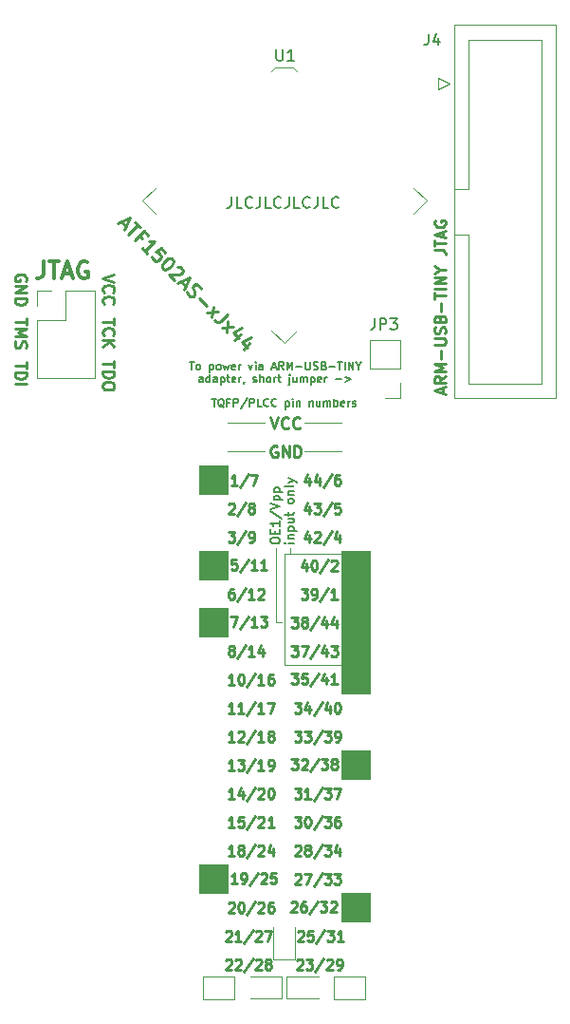
<source format=gbr>
G04 #@! TF.GenerationSoftware,KiCad,Pcbnew,6.0.9+dfsg-1*
G04 #@! TF.CreationDate,2022-12-29T08:22:08+02:00*
G04 #@! TF.ProjectId,ATF1502AS-EVB,41544631-3530-4324-9153-2d4556422e6b,rev?*
G04 #@! TF.SameCoordinates,PX75d6040PY9a0c090*
G04 #@! TF.FileFunction,Legend,Top*
G04 #@! TF.FilePolarity,Positive*
%FSLAX46Y46*%
G04 Gerber Fmt 4.6, Leading zero omitted, Abs format (unit mm)*
G04 Created by KiCad (PCBNEW 6.0.9+dfsg-1) date 2022-12-29 08:22:08*
%MOMM*%
%LPD*%
G01*
G04 APERTURE LIST*
%ADD10C,0.150000*%
%ADD11C,0.120000*%
%ADD12C,0.225000*%
%ADD13C,0.254000*%
%ADD14C,0.300000*%
%ADD15C,0.250000*%
%ADD16C,0.100000*%
G04 APERTURE END LIST*
D10*
X28070952Y79937620D02*
X28070952Y79223334D01*
X28023333Y79080477D01*
X27928095Y78985239D01*
X27785238Y78937620D01*
X27690000Y78937620D01*
X29023333Y78937620D02*
X28547142Y78937620D01*
X28547142Y79937620D01*
X29928095Y79032858D02*
X29880476Y78985239D01*
X29737619Y78937620D01*
X29642380Y78937620D01*
X29499523Y78985239D01*
X29404285Y79080477D01*
X29356666Y79175715D01*
X29309047Y79366191D01*
X29309047Y79509048D01*
X29356666Y79699524D01*
X29404285Y79794762D01*
X29499523Y79890000D01*
X29642380Y79937620D01*
X29737619Y79937620D01*
X29880476Y79890000D01*
X29928095Y79842381D01*
X30642380Y79937620D02*
X30642380Y79223334D01*
X30594761Y79080477D01*
X30499523Y78985239D01*
X30356666Y78937620D01*
X30261428Y78937620D01*
X31594761Y78937620D02*
X31118571Y78937620D01*
X31118571Y79937620D01*
X32499523Y79032858D02*
X32451904Y78985239D01*
X32309047Y78937620D01*
X32213809Y78937620D01*
X32070952Y78985239D01*
X31975714Y79080477D01*
X31928095Y79175715D01*
X31880476Y79366191D01*
X31880476Y79509048D01*
X31928095Y79699524D01*
X31975714Y79794762D01*
X32070952Y79890000D01*
X32213809Y79937620D01*
X32309047Y79937620D01*
X32451904Y79890000D01*
X32499523Y79842381D01*
X33213809Y79937620D02*
X33213809Y79223334D01*
X33166190Y79080477D01*
X33070952Y78985239D01*
X32928095Y78937620D01*
X32832857Y78937620D01*
X34166190Y78937620D02*
X33690000Y78937620D01*
X33690000Y79937620D01*
X35070952Y79032858D02*
X35023333Y78985239D01*
X34880476Y78937620D01*
X34785238Y78937620D01*
X34642380Y78985239D01*
X34547142Y79080477D01*
X34499523Y79175715D01*
X34451904Y79366191D01*
X34451904Y79509048D01*
X34499523Y79699524D01*
X34547142Y79794762D01*
X34642380Y79890000D01*
X34785238Y79937620D01*
X34880476Y79937620D01*
X35023333Y79890000D01*
X35070952Y79842381D01*
X35785238Y79937620D02*
X35785238Y79223334D01*
X35737619Y79080477D01*
X35642380Y78985239D01*
X35499523Y78937620D01*
X35404285Y78937620D01*
X36737619Y78937620D02*
X36261428Y78937620D01*
X36261428Y79937620D01*
X37642380Y79032858D02*
X37594761Y78985239D01*
X37451904Y78937620D01*
X37356666Y78937620D01*
X37213809Y78985239D01*
X37118571Y79080477D01*
X37070952Y79175715D01*
X37023333Y79366191D01*
X37023333Y79509048D01*
X37070952Y79699524D01*
X37118571Y79794762D01*
X37213809Y79890000D01*
X37356666Y79937620D01*
X37451904Y79937620D01*
X37594761Y79890000D01*
X37642380Y79842381D01*
D11*
X25170000Y48360000D02*
X27710000Y48360000D01*
X27710000Y48360000D02*
X27710000Y45820000D01*
X27710000Y45820000D02*
X25170000Y45820000D01*
X25170000Y45820000D02*
X25170000Y48360000D01*
G36*
X25170000Y48360000D02*
G01*
X27710000Y48360000D01*
X27710000Y45820000D01*
X25170000Y45820000D01*
X25170000Y48360000D01*
G37*
X34568000Y57250000D02*
X37870000Y57250000D01*
X32536000Y42010000D02*
X32028000Y42010000D01*
X25170000Y55980000D02*
X27710000Y55980000D01*
X27710000Y55980000D02*
X27710000Y53440000D01*
X27710000Y53440000D02*
X25170000Y53440000D01*
X25170000Y53440000D02*
X25170000Y55980000D01*
G36*
X25170000Y55980000D02*
G01*
X27710000Y55980000D01*
X27710000Y53440000D01*
X25170000Y53440000D01*
X25170000Y55980000D01*
G37*
X37870000Y38200000D02*
X32790000Y38200000D01*
X25170000Y43280000D02*
X27710000Y43280000D01*
X27710000Y43280000D02*
X27710000Y40740000D01*
X27710000Y40740000D02*
X25170000Y40740000D01*
X25170000Y40740000D02*
X25170000Y43280000D01*
G36*
X25170000Y43280000D02*
G01*
X27710000Y43280000D01*
X27710000Y40740000D01*
X25170000Y40740000D01*
X25170000Y43280000D01*
G37*
X40410000Y17880000D02*
X37870000Y17880000D01*
X37870000Y17880000D02*
X37870000Y15340000D01*
X37870000Y15340000D02*
X40410000Y15340000D01*
X40410000Y15340000D02*
X40410000Y17880000D01*
G36*
X40410000Y17880000D02*
G01*
X37870000Y17880000D01*
X37870000Y15340000D01*
X40410000Y15340000D01*
X40410000Y17880000D01*
G37*
X40410000Y48360000D02*
X37870000Y48360000D01*
X37870000Y48360000D02*
X37870000Y35660000D01*
X37870000Y35660000D02*
X40410000Y35660000D01*
X40410000Y35660000D02*
X40410000Y48360000D01*
G36*
X40410000Y48360000D02*
G01*
X37870000Y48360000D01*
X37870000Y35660000D01*
X40410000Y35660000D01*
X40410000Y48360000D01*
G37*
X34568000Y59790000D02*
X37870000Y59790000D01*
X27710000Y59790000D02*
X31012000Y59790000D01*
X33298000Y48106000D02*
X33298000Y48614000D01*
X32790000Y48106000D02*
X37870000Y48106000D01*
X32028000Y42010000D02*
X32028000Y48614000D01*
X40410000Y30580000D02*
X37870000Y30580000D01*
X37870000Y30580000D02*
X37870000Y28040000D01*
X37870000Y28040000D02*
X40410000Y28040000D01*
X40410000Y28040000D02*
X40410000Y30580000D01*
G36*
X40410000Y30580000D02*
G01*
X37870000Y30580000D01*
X37870000Y28040000D01*
X40410000Y28040000D01*
X40410000Y30580000D01*
G37*
X32790000Y38200000D02*
X32790000Y48106000D01*
X27710000Y57250000D02*
X31012000Y57250000D01*
X25170000Y20420000D02*
X27710000Y20420000D01*
X27710000Y20420000D02*
X27710000Y17880000D01*
X27710000Y17880000D02*
X25170000Y17880000D01*
X25170000Y17880000D02*
X25170000Y20420000D01*
G36*
X25170000Y20420000D02*
G01*
X27710000Y20420000D01*
X27710000Y17880000D01*
X25170000Y17880000D01*
X25170000Y20420000D01*
G37*
D12*
X28561964Y54252858D02*
X28047678Y54252858D01*
X28304821Y54252858D02*
X28304821Y55152858D01*
X28219107Y55024286D01*
X28133392Y54938572D01*
X28047678Y54895715D01*
X29590535Y55195715D02*
X28819107Y54038572D01*
X29804821Y55152858D02*
X30404821Y55152858D01*
X30019107Y54252858D01*
X27827678Y52527143D02*
X27870535Y52570000D01*
X27956250Y52612858D01*
X28170535Y52612858D01*
X28256250Y52570000D01*
X28299107Y52527143D01*
X28341964Y52441429D01*
X28341964Y52355715D01*
X28299107Y52227143D01*
X27784821Y51712858D01*
X28341964Y51712858D01*
X29370535Y52655715D02*
X28599107Y51498572D01*
X29799107Y52227143D02*
X29713392Y52270000D01*
X29670535Y52312858D01*
X29627678Y52398572D01*
X29627678Y52441429D01*
X29670535Y52527143D01*
X29713392Y52570000D01*
X29799107Y52612858D01*
X29970535Y52612858D01*
X30056250Y52570000D01*
X30099107Y52527143D01*
X30141964Y52441429D01*
X30141964Y52398572D01*
X30099107Y52312858D01*
X30056250Y52270000D01*
X29970535Y52227143D01*
X29799107Y52227143D01*
X29713392Y52184286D01*
X29670535Y52141429D01*
X29627678Y52055715D01*
X29627678Y51884286D01*
X29670535Y51798572D01*
X29713392Y51755715D01*
X29799107Y51712858D01*
X29970535Y51712858D01*
X30056250Y51755715D01*
X30099107Y51798572D01*
X30141964Y51884286D01*
X30141964Y52055715D01*
X30099107Y52141429D01*
X30056250Y52184286D01*
X29970535Y52227143D01*
X27784821Y50072858D02*
X28341964Y50072858D01*
X28041964Y49730000D01*
X28170535Y49730000D01*
X28256250Y49687143D01*
X28299107Y49644286D01*
X28341964Y49558572D01*
X28341964Y49344286D01*
X28299107Y49258572D01*
X28256250Y49215715D01*
X28170535Y49172858D01*
X27913392Y49172858D01*
X27827678Y49215715D01*
X27784821Y49258572D01*
X29370535Y50115715D02*
X28599107Y48958572D01*
X29713392Y49172858D02*
X29884821Y49172858D01*
X29970535Y49215715D01*
X30013392Y49258572D01*
X30099107Y49387143D01*
X30141964Y49558572D01*
X30141964Y49901429D01*
X30099107Y49987143D01*
X30056250Y50030000D01*
X29970535Y50072858D01*
X29799107Y50072858D01*
X29713392Y50030000D01*
X29670535Y49987143D01*
X29627678Y49901429D01*
X29627678Y49687143D01*
X29670535Y49601429D01*
X29713392Y49558572D01*
X29799107Y49515715D01*
X29970535Y49515715D01*
X30056250Y49558572D01*
X30099107Y49601429D01*
X30141964Y49687143D01*
X28519107Y47582858D02*
X28090535Y47582858D01*
X28047678Y47154286D01*
X28090535Y47197143D01*
X28176250Y47240000D01*
X28390535Y47240000D01*
X28476250Y47197143D01*
X28519107Y47154286D01*
X28561964Y47068572D01*
X28561964Y46854286D01*
X28519107Y46768572D01*
X28476250Y46725715D01*
X28390535Y46682858D01*
X28176250Y46682858D01*
X28090535Y46725715D01*
X28047678Y46768572D01*
X29590535Y47625715D02*
X28819107Y46468572D01*
X30361964Y46682858D02*
X29847678Y46682858D01*
X30104821Y46682858D02*
X30104821Y47582858D01*
X30019107Y47454286D01*
X29933392Y47368572D01*
X29847678Y47325715D01*
X31219107Y46682858D02*
X30704821Y46682858D01*
X30961964Y46682858D02*
X30961964Y47582858D01*
X30876250Y47454286D01*
X30790535Y47368572D01*
X30704821Y47325715D01*
X28256250Y44992858D02*
X28084821Y44992858D01*
X27999107Y44950000D01*
X27956250Y44907143D01*
X27870535Y44778572D01*
X27827678Y44607143D01*
X27827678Y44264286D01*
X27870535Y44178572D01*
X27913392Y44135715D01*
X27999107Y44092858D01*
X28170535Y44092858D01*
X28256250Y44135715D01*
X28299107Y44178572D01*
X28341964Y44264286D01*
X28341964Y44478572D01*
X28299107Y44564286D01*
X28256250Y44607143D01*
X28170535Y44650000D01*
X27999107Y44650000D01*
X27913392Y44607143D01*
X27870535Y44564286D01*
X27827678Y44478572D01*
X29370535Y45035715D02*
X28599107Y43878572D01*
X30141964Y44092858D02*
X29627678Y44092858D01*
X29884821Y44092858D02*
X29884821Y44992858D01*
X29799107Y44864286D01*
X29713392Y44778572D01*
X29627678Y44735715D01*
X30484821Y44907143D02*
X30527678Y44950000D01*
X30613392Y44992858D01*
X30827678Y44992858D01*
X30913392Y44950000D01*
X30956250Y44907143D01*
X30999107Y44821429D01*
X30999107Y44735715D01*
X30956250Y44607143D01*
X30441964Y44092858D01*
X30999107Y44092858D01*
X28004821Y42502858D02*
X28604821Y42502858D01*
X28219107Y41602858D01*
X29590535Y42545715D02*
X28819107Y41388572D01*
X30361964Y41602858D02*
X29847678Y41602858D01*
X30104821Y41602858D02*
X30104821Y42502858D01*
X30019107Y42374286D01*
X29933392Y42288572D01*
X29847678Y42245715D01*
X30661964Y42502858D02*
X31219107Y42502858D01*
X30919107Y42160000D01*
X31047678Y42160000D01*
X31133392Y42117143D01*
X31176250Y42074286D01*
X31219107Y41988572D01*
X31219107Y41774286D01*
X31176250Y41688572D01*
X31133392Y41645715D01*
X31047678Y41602858D01*
X30790535Y41602858D01*
X30704821Y41645715D01*
X30661964Y41688572D01*
X27999107Y39527143D02*
X27913392Y39570000D01*
X27870535Y39612858D01*
X27827678Y39698572D01*
X27827678Y39741429D01*
X27870535Y39827143D01*
X27913392Y39870000D01*
X27999107Y39912858D01*
X28170535Y39912858D01*
X28256250Y39870000D01*
X28299107Y39827143D01*
X28341964Y39741429D01*
X28341964Y39698572D01*
X28299107Y39612858D01*
X28256250Y39570000D01*
X28170535Y39527143D01*
X27999107Y39527143D01*
X27913392Y39484286D01*
X27870535Y39441429D01*
X27827678Y39355715D01*
X27827678Y39184286D01*
X27870535Y39098572D01*
X27913392Y39055715D01*
X27999107Y39012858D01*
X28170535Y39012858D01*
X28256250Y39055715D01*
X28299107Y39098572D01*
X28341964Y39184286D01*
X28341964Y39355715D01*
X28299107Y39441429D01*
X28256250Y39484286D01*
X28170535Y39527143D01*
X29370535Y39955715D02*
X28599107Y38798572D01*
X30141964Y39012858D02*
X29627678Y39012858D01*
X29884821Y39012858D02*
X29884821Y39912858D01*
X29799107Y39784286D01*
X29713392Y39698572D01*
X29627678Y39655715D01*
X30913392Y39612858D02*
X30913392Y39012858D01*
X30699107Y39955715D02*
X30484821Y39312858D01*
X31041964Y39312858D01*
X28341964Y36472858D02*
X27827678Y36472858D01*
X28084821Y36472858D02*
X28084821Y37372858D01*
X27999107Y37244286D01*
X27913392Y37158572D01*
X27827678Y37115715D01*
X28899107Y37372858D02*
X28984821Y37372858D01*
X29070535Y37330000D01*
X29113392Y37287143D01*
X29156250Y37201429D01*
X29199107Y37030000D01*
X29199107Y36815715D01*
X29156250Y36644286D01*
X29113392Y36558572D01*
X29070535Y36515715D01*
X28984821Y36472858D01*
X28899107Y36472858D01*
X28813392Y36515715D01*
X28770535Y36558572D01*
X28727678Y36644286D01*
X28684821Y36815715D01*
X28684821Y37030000D01*
X28727678Y37201429D01*
X28770535Y37287143D01*
X28813392Y37330000D01*
X28899107Y37372858D01*
X30227678Y37415715D02*
X29456250Y36258572D01*
X30999107Y36472858D02*
X30484821Y36472858D01*
X30741964Y36472858D02*
X30741964Y37372858D01*
X30656250Y37244286D01*
X30570535Y37158572D01*
X30484821Y37115715D01*
X31770535Y37372858D02*
X31599107Y37372858D01*
X31513392Y37330000D01*
X31470535Y37287143D01*
X31384821Y37158572D01*
X31341964Y36987143D01*
X31341964Y36644286D01*
X31384821Y36558572D01*
X31427678Y36515715D01*
X31513392Y36472858D01*
X31684821Y36472858D01*
X31770535Y36515715D01*
X31813392Y36558572D01*
X31856250Y36644286D01*
X31856250Y36858572D01*
X31813392Y36944286D01*
X31770535Y36987143D01*
X31684821Y37030000D01*
X31513392Y37030000D01*
X31427678Y36987143D01*
X31384821Y36944286D01*
X31341964Y36858572D01*
X28341964Y33932858D02*
X27827678Y33932858D01*
X28084821Y33932858D02*
X28084821Y34832858D01*
X27999107Y34704286D01*
X27913392Y34618572D01*
X27827678Y34575715D01*
X29199107Y33932858D02*
X28684821Y33932858D01*
X28941964Y33932858D02*
X28941964Y34832858D01*
X28856250Y34704286D01*
X28770535Y34618572D01*
X28684821Y34575715D01*
X30227678Y34875715D02*
X29456250Y33718572D01*
X30999107Y33932858D02*
X30484821Y33932858D01*
X30741964Y33932858D02*
X30741964Y34832858D01*
X30656250Y34704286D01*
X30570535Y34618572D01*
X30484821Y34575715D01*
X31299107Y34832858D02*
X31899107Y34832858D01*
X31513392Y33932858D01*
X28341964Y31392858D02*
X27827678Y31392858D01*
X28084821Y31392858D02*
X28084821Y32292858D01*
X27999107Y32164286D01*
X27913392Y32078572D01*
X27827678Y32035715D01*
X28684821Y32207143D02*
X28727678Y32250000D01*
X28813392Y32292858D01*
X29027678Y32292858D01*
X29113392Y32250000D01*
X29156250Y32207143D01*
X29199107Y32121429D01*
X29199107Y32035715D01*
X29156250Y31907143D01*
X28641964Y31392858D01*
X29199107Y31392858D01*
X30227678Y32335715D02*
X29456250Y31178572D01*
X30999107Y31392858D02*
X30484821Y31392858D01*
X30741964Y31392858D02*
X30741964Y32292858D01*
X30656250Y32164286D01*
X30570535Y32078572D01*
X30484821Y32035715D01*
X31513392Y31907143D02*
X31427678Y31950000D01*
X31384821Y31992858D01*
X31341964Y32078572D01*
X31341964Y32121429D01*
X31384821Y32207143D01*
X31427678Y32250000D01*
X31513392Y32292858D01*
X31684821Y32292858D01*
X31770535Y32250000D01*
X31813392Y32207143D01*
X31856250Y32121429D01*
X31856250Y32078572D01*
X31813392Y31992858D01*
X31770535Y31950000D01*
X31684821Y31907143D01*
X31513392Y31907143D01*
X31427678Y31864286D01*
X31384821Y31821429D01*
X31341964Y31735715D01*
X31341964Y31564286D01*
X31384821Y31478572D01*
X31427678Y31435715D01*
X31513392Y31392858D01*
X31684821Y31392858D01*
X31770535Y31435715D01*
X31813392Y31478572D01*
X31856250Y31564286D01*
X31856250Y31735715D01*
X31813392Y31821429D01*
X31770535Y31864286D01*
X31684821Y31907143D01*
X28341964Y28852858D02*
X27827678Y28852858D01*
X28084821Y28852858D02*
X28084821Y29752858D01*
X27999107Y29624286D01*
X27913392Y29538572D01*
X27827678Y29495715D01*
X28641964Y29752858D02*
X29199107Y29752858D01*
X28899107Y29410000D01*
X29027678Y29410000D01*
X29113392Y29367143D01*
X29156250Y29324286D01*
X29199107Y29238572D01*
X29199107Y29024286D01*
X29156250Y28938572D01*
X29113392Y28895715D01*
X29027678Y28852858D01*
X28770535Y28852858D01*
X28684821Y28895715D01*
X28641964Y28938572D01*
X30227678Y29795715D02*
X29456250Y28638572D01*
X30999107Y28852858D02*
X30484821Y28852858D01*
X30741964Y28852858D02*
X30741964Y29752858D01*
X30656250Y29624286D01*
X30570535Y29538572D01*
X30484821Y29495715D01*
X31427678Y28852858D02*
X31599107Y28852858D01*
X31684821Y28895715D01*
X31727678Y28938572D01*
X31813392Y29067143D01*
X31856250Y29238572D01*
X31856250Y29581429D01*
X31813392Y29667143D01*
X31770535Y29710000D01*
X31684821Y29752858D01*
X31513392Y29752858D01*
X31427678Y29710000D01*
X31384821Y29667143D01*
X31341964Y29581429D01*
X31341964Y29367143D01*
X31384821Y29281429D01*
X31427678Y29238572D01*
X31513392Y29195715D01*
X31684821Y29195715D01*
X31770535Y29238572D01*
X31813392Y29281429D01*
X31856250Y29367143D01*
X28341964Y26312858D02*
X27827678Y26312858D01*
X28084821Y26312858D02*
X28084821Y27212858D01*
X27999107Y27084286D01*
X27913392Y26998572D01*
X27827678Y26955715D01*
X29113392Y26912858D02*
X29113392Y26312858D01*
X28899107Y27255715D02*
X28684821Y26612858D01*
X29241964Y26612858D01*
X30227678Y27255715D02*
X29456250Y26098572D01*
X30484821Y27127143D02*
X30527678Y27170000D01*
X30613392Y27212858D01*
X30827678Y27212858D01*
X30913392Y27170000D01*
X30956250Y27127143D01*
X30999107Y27041429D01*
X30999107Y26955715D01*
X30956250Y26827143D01*
X30441964Y26312858D01*
X30999107Y26312858D01*
X31556250Y27212858D02*
X31641964Y27212858D01*
X31727678Y27170000D01*
X31770535Y27127143D01*
X31813392Y27041429D01*
X31856250Y26870000D01*
X31856250Y26655715D01*
X31813392Y26484286D01*
X31770535Y26398572D01*
X31727678Y26355715D01*
X31641964Y26312858D01*
X31556250Y26312858D01*
X31470535Y26355715D01*
X31427678Y26398572D01*
X31384821Y26484286D01*
X31341964Y26655715D01*
X31341964Y26870000D01*
X31384821Y27041429D01*
X31427678Y27127143D01*
X31470535Y27170000D01*
X31556250Y27212858D01*
X28341964Y23772858D02*
X27827678Y23772858D01*
X28084821Y23772858D02*
X28084821Y24672858D01*
X27999107Y24544286D01*
X27913392Y24458572D01*
X27827678Y24415715D01*
X29156250Y24672858D02*
X28727678Y24672858D01*
X28684821Y24244286D01*
X28727678Y24287143D01*
X28813392Y24330000D01*
X29027678Y24330000D01*
X29113392Y24287143D01*
X29156250Y24244286D01*
X29199107Y24158572D01*
X29199107Y23944286D01*
X29156250Y23858572D01*
X29113392Y23815715D01*
X29027678Y23772858D01*
X28813392Y23772858D01*
X28727678Y23815715D01*
X28684821Y23858572D01*
X30227678Y24715715D02*
X29456250Y23558572D01*
X30484821Y24587143D02*
X30527678Y24630000D01*
X30613392Y24672858D01*
X30827678Y24672858D01*
X30913392Y24630000D01*
X30956250Y24587143D01*
X30999107Y24501429D01*
X30999107Y24415715D01*
X30956250Y24287143D01*
X30441964Y23772858D01*
X30999107Y23772858D01*
X31856250Y23772858D02*
X31341964Y23772858D01*
X31599107Y23772858D02*
X31599107Y24672858D01*
X31513392Y24544286D01*
X31427678Y24458572D01*
X31341964Y24415715D01*
X28341964Y21232858D02*
X27827678Y21232858D01*
X28084821Y21232858D02*
X28084821Y22132858D01*
X27999107Y22004286D01*
X27913392Y21918572D01*
X27827678Y21875715D01*
X28856250Y21747143D02*
X28770535Y21790000D01*
X28727678Y21832858D01*
X28684821Y21918572D01*
X28684821Y21961429D01*
X28727678Y22047143D01*
X28770535Y22090000D01*
X28856250Y22132858D01*
X29027678Y22132858D01*
X29113392Y22090000D01*
X29156250Y22047143D01*
X29199107Y21961429D01*
X29199107Y21918572D01*
X29156250Y21832858D01*
X29113392Y21790000D01*
X29027678Y21747143D01*
X28856250Y21747143D01*
X28770535Y21704286D01*
X28727678Y21661429D01*
X28684821Y21575715D01*
X28684821Y21404286D01*
X28727678Y21318572D01*
X28770535Y21275715D01*
X28856250Y21232858D01*
X29027678Y21232858D01*
X29113392Y21275715D01*
X29156250Y21318572D01*
X29199107Y21404286D01*
X29199107Y21575715D01*
X29156250Y21661429D01*
X29113392Y21704286D01*
X29027678Y21747143D01*
X30227678Y22175715D02*
X29456250Y21018572D01*
X30484821Y22047143D02*
X30527678Y22090000D01*
X30613392Y22132858D01*
X30827678Y22132858D01*
X30913392Y22090000D01*
X30956250Y22047143D01*
X30999107Y21961429D01*
X30999107Y21875715D01*
X30956250Y21747143D01*
X30441964Y21232858D01*
X30999107Y21232858D01*
X31770535Y21832858D02*
X31770535Y21232858D01*
X31556250Y22175715D02*
X31341964Y21532858D01*
X31899107Y21532858D01*
X28571964Y18742858D02*
X28057678Y18742858D01*
X28314821Y18742858D02*
X28314821Y19642858D01*
X28229107Y19514286D01*
X28143392Y19428572D01*
X28057678Y19385715D01*
X29000535Y18742858D02*
X29171964Y18742858D01*
X29257678Y18785715D01*
X29300535Y18828572D01*
X29386250Y18957143D01*
X29429107Y19128572D01*
X29429107Y19471429D01*
X29386250Y19557143D01*
X29343392Y19600000D01*
X29257678Y19642858D01*
X29086250Y19642858D01*
X29000535Y19600000D01*
X28957678Y19557143D01*
X28914821Y19471429D01*
X28914821Y19257143D01*
X28957678Y19171429D01*
X29000535Y19128572D01*
X29086250Y19085715D01*
X29257678Y19085715D01*
X29343392Y19128572D01*
X29386250Y19171429D01*
X29429107Y19257143D01*
X30457678Y19685715D02*
X29686250Y18528572D01*
X30714821Y19557143D02*
X30757678Y19600000D01*
X30843392Y19642858D01*
X31057678Y19642858D01*
X31143392Y19600000D01*
X31186250Y19557143D01*
X31229107Y19471429D01*
X31229107Y19385715D01*
X31186250Y19257143D01*
X30671964Y18742858D01*
X31229107Y18742858D01*
X32043392Y19642858D02*
X31614821Y19642858D01*
X31571964Y19214286D01*
X31614821Y19257143D01*
X31700535Y19300000D01*
X31914821Y19300000D01*
X32000535Y19257143D01*
X32043392Y19214286D01*
X32086250Y19128572D01*
X32086250Y18914286D01*
X32043392Y18828572D01*
X32000535Y18785715D01*
X31914821Y18742858D01*
X31700535Y18742858D01*
X31614821Y18785715D01*
X31571964Y18828572D01*
X27827678Y16967143D02*
X27870535Y17010000D01*
X27956250Y17052858D01*
X28170535Y17052858D01*
X28256250Y17010000D01*
X28299107Y16967143D01*
X28341964Y16881429D01*
X28341964Y16795715D01*
X28299107Y16667143D01*
X27784821Y16152858D01*
X28341964Y16152858D01*
X28899107Y17052858D02*
X28984821Y17052858D01*
X29070535Y17010000D01*
X29113392Y16967143D01*
X29156250Y16881429D01*
X29199107Y16710000D01*
X29199107Y16495715D01*
X29156250Y16324286D01*
X29113392Y16238572D01*
X29070535Y16195715D01*
X28984821Y16152858D01*
X28899107Y16152858D01*
X28813392Y16195715D01*
X28770535Y16238572D01*
X28727678Y16324286D01*
X28684821Y16495715D01*
X28684821Y16710000D01*
X28727678Y16881429D01*
X28770535Y16967143D01*
X28813392Y17010000D01*
X28899107Y17052858D01*
X30227678Y17095715D02*
X29456250Y15938572D01*
X30484821Y16967143D02*
X30527678Y17010000D01*
X30613392Y17052858D01*
X30827678Y17052858D01*
X30913392Y17010000D01*
X30956250Y16967143D01*
X30999107Y16881429D01*
X30999107Y16795715D01*
X30956250Y16667143D01*
X30441964Y16152858D01*
X30999107Y16152858D01*
X31770535Y17052858D02*
X31599107Y17052858D01*
X31513392Y17010000D01*
X31470535Y16967143D01*
X31384821Y16838572D01*
X31341964Y16667143D01*
X31341964Y16324286D01*
X31384821Y16238572D01*
X31427678Y16195715D01*
X31513392Y16152858D01*
X31684821Y16152858D01*
X31770535Y16195715D01*
X31813392Y16238572D01*
X31856250Y16324286D01*
X31856250Y16538572D01*
X31813392Y16624286D01*
X31770535Y16667143D01*
X31684821Y16710000D01*
X31513392Y16710000D01*
X31427678Y16667143D01*
X31384821Y16624286D01*
X31341964Y16538572D01*
X27587678Y14427143D02*
X27630535Y14470000D01*
X27716250Y14512858D01*
X27930535Y14512858D01*
X28016250Y14470000D01*
X28059107Y14427143D01*
X28101964Y14341429D01*
X28101964Y14255715D01*
X28059107Y14127143D01*
X27544821Y13612858D01*
X28101964Y13612858D01*
X28959107Y13612858D02*
X28444821Y13612858D01*
X28701964Y13612858D02*
X28701964Y14512858D01*
X28616250Y14384286D01*
X28530535Y14298572D01*
X28444821Y14255715D01*
X29987678Y14555715D02*
X29216250Y13398572D01*
X30244821Y14427143D02*
X30287678Y14470000D01*
X30373392Y14512858D01*
X30587678Y14512858D01*
X30673392Y14470000D01*
X30716250Y14427143D01*
X30759107Y14341429D01*
X30759107Y14255715D01*
X30716250Y14127143D01*
X30201964Y13612858D01*
X30759107Y13612858D01*
X31059107Y14512858D02*
X31659107Y14512858D01*
X31273392Y13612858D01*
X27587678Y11887143D02*
X27630535Y11930000D01*
X27716250Y11972858D01*
X27930535Y11972858D01*
X28016250Y11930000D01*
X28059107Y11887143D01*
X28101964Y11801429D01*
X28101964Y11715715D01*
X28059107Y11587143D01*
X27544821Y11072858D01*
X28101964Y11072858D01*
X28444821Y11887143D02*
X28487678Y11930000D01*
X28573392Y11972858D01*
X28787678Y11972858D01*
X28873392Y11930000D01*
X28916250Y11887143D01*
X28959107Y11801429D01*
X28959107Y11715715D01*
X28916250Y11587143D01*
X28401964Y11072858D01*
X28959107Y11072858D01*
X29987678Y12015715D02*
X29216250Y10858572D01*
X30244821Y11887143D02*
X30287678Y11930000D01*
X30373392Y11972858D01*
X30587678Y11972858D01*
X30673392Y11930000D01*
X30716250Y11887143D01*
X30759107Y11801429D01*
X30759107Y11715715D01*
X30716250Y11587143D01*
X30201964Y11072858D01*
X30759107Y11072858D01*
X31273392Y11587143D02*
X31187678Y11630000D01*
X31144821Y11672858D01*
X31101964Y11758572D01*
X31101964Y11801429D01*
X31144821Y11887143D01*
X31187678Y11930000D01*
X31273392Y11972858D01*
X31444821Y11972858D01*
X31530535Y11930000D01*
X31573392Y11887143D01*
X31616250Y11801429D01*
X31616250Y11758572D01*
X31573392Y11672858D01*
X31530535Y11630000D01*
X31444821Y11587143D01*
X31273392Y11587143D01*
X31187678Y11544286D01*
X31144821Y11501429D01*
X31101964Y11415715D01*
X31101964Y11244286D01*
X31144821Y11158572D01*
X31187678Y11115715D01*
X31273392Y11072858D01*
X31444821Y11072858D01*
X31530535Y11115715D01*
X31573392Y11158572D01*
X31616250Y11244286D01*
X31616250Y11415715D01*
X31573392Y11501429D01*
X31530535Y11544286D01*
X31444821Y11587143D01*
X33933750Y11887143D02*
X33976607Y11930000D01*
X34062321Y11972858D01*
X34276607Y11972858D01*
X34362321Y11930000D01*
X34405178Y11887143D01*
X34448035Y11801429D01*
X34448035Y11715715D01*
X34405178Y11587143D01*
X33890892Y11072858D01*
X34448035Y11072858D01*
X34748035Y11972858D02*
X35305178Y11972858D01*
X35005178Y11630000D01*
X35133750Y11630000D01*
X35219464Y11587143D01*
X35262321Y11544286D01*
X35305178Y11458572D01*
X35305178Y11244286D01*
X35262321Y11158572D01*
X35219464Y11115715D01*
X35133750Y11072858D01*
X34876607Y11072858D01*
X34790892Y11115715D01*
X34748035Y11158572D01*
X36333750Y12015715D02*
X35562321Y10858572D01*
X36590892Y11887143D02*
X36633750Y11930000D01*
X36719464Y11972858D01*
X36933750Y11972858D01*
X37019464Y11930000D01*
X37062321Y11887143D01*
X37105178Y11801429D01*
X37105178Y11715715D01*
X37062321Y11587143D01*
X36548035Y11072858D01*
X37105178Y11072858D01*
X37533750Y11072858D02*
X37705178Y11072858D01*
X37790892Y11115715D01*
X37833750Y11158572D01*
X37919464Y11287143D01*
X37962321Y11458572D01*
X37962321Y11801429D01*
X37919464Y11887143D01*
X37876607Y11930000D01*
X37790892Y11972858D01*
X37619464Y11972858D01*
X37533750Y11930000D01*
X37490892Y11887143D01*
X37448035Y11801429D01*
X37448035Y11587143D01*
X37490892Y11501429D01*
X37533750Y11458572D01*
X37619464Y11415715D01*
X37790892Y11415715D01*
X37876607Y11458572D01*
X37919464Y11501429D01*
X37962321Y11587143D01*
X34013750Y14427143D02*
X34056607Y14470000D01*
X34142321Y14512858D01*
X34356607Y14512858D01*
X34442321Y14470000D01*
X34485178Y14427143D01*
X34528035Y14341429D01*
X34528035Y14255715D01*
X34485178Y14127143D01*
X33970892Y13612858D01*
X34528035Y13612858D01*
X35342321Y14512858D02*
X34913750Y14512858D01*
X34870892Y14084286D01*
X34913750Y14127143D01*
X34999464Y14170000D01*
X35213750Y14170000D01*
X35299464Y14127143D01*
X35342321Y14084286D01*
X35385178Y13998572D01*
X35385178Y13784286D01*
X35342321Y13698572D01*
X35299464Y13655715D01*
X35213750Y13612858D01*
X34999464Y13612858D01*
X34913750Y13655715D01*
X34870892Y13698572D01*
X36413750Y14555715D02*
X35642321Y13398572D01*
X36628035Y14512858D02*
X37185178Y14512858D01*
X36885178Y14170000D01*
X37013750Y14170000D01*
X37099464Y14127143D01*
X37142321Y14084286D01*
X37185178Y13998572D01*
X37185178Y13784286D01*
X37142321Y13698572D01*
X37099464Y13655715D01*
X37013750Y13612858D01*
X36756607Y13612858D01*
X36670892Y13655715D01*
X36628035Y13698572D01*
X38042321Y13612858D02*
X37528035Y13612858D01*
X37785178Y13612858D02*
X37785178Y14512858D01*
X37699464Y14384286D01*
X37613750Y14298572D01*
X37528035Y14255715D01*
X33413750Y17017143D02*
X33456607Y17060000D01*
X33542321Y17102858D01*
X33756607Y17102858D01*
X33842321Y17060000D01*
X33885178Y17017143D01*
X33928035Y16931429D01*
X33928035Y16845715D01*
X33885178Y16717143D01*
X33370892Y16202858D01*
X33928035Y16202858D01*
X34699464Y17102858D02*
X34528035Y17102858D01*
X34442321Y17060000D01*
X34399464Y17017143D01*
X34313750Y16888572D01*
X34270892Y16717143D01*
X34270892Y16374286D01*
X34313750Y16288572D01*
X34356607Y16245715D01*
X34442321Y16202858D01*
X34613750Y16202858D01*
X34699464Y16245715D01*
X34742321Y16288572D01*
X34785178Y16374286D01*
X34785178Y16588572D01*
X34742321Y16674286D01*
X34699464Y16717143D01*
X34613750Y16760000D01*
X34442321Y16760000D01*
X34356607Y16717143D01*
X34313750Y16674286D01*
X34270892Y16588572D01*
X35813750Y17145715D02*
X35042321Y15988572D01*
X36028035Y17102858D02*
X36585178Y17102858D01*
X36285178Y16760000D01*
X36413750Y16760000D01*
X36499464Y16717143D01*
X36542321Y16674286D01*
X36585178Y16588572D01*
X36585178Y16374286D01*
X36542321Y16288572D01*
X36499464Y16245715D01*
X36413750Y16202858D01*
X36156607Y16202858D01*
X36070892Y16245715D01*
X36028035Y16288572D01*
X36928035Y17017143D02*
X36970892Y17060000D01*
X37056607Y17102858D01*
X37270892Y17102858D01*
X37356607Y17060000D01*
X37399464Y17017143D01*
X37442321Y16931429D01*
X37442321Y16845715D01*
X37399464Y16717143D01*
X36885178Y16202858D01*
X37442321Y16202858D01*
X33777750Y19507143D02*
X33820607Y19550000D01*
X33906321Y19592858D01*
X34120607Y19592858D01*
X34206321Y19550000D01*
X34249178Y19507143D01*
X34292035Y19421429D01*
X34292035Y19335715D01*
X34249178Y19207143D01*
X33734892Y18692858D01*
X34292035Y18692858D01*
X34592035Y19592858D02*
X35192035Y19592858D01*
X34806321Y18692858D01*
X36177750Y19635715D02*
X35406321Y18478572D01*
X36392035Y19592858D02*
X36949178Y19592858D01*
X36649178Y19250000D01*
X36777750Y19250000D01*
X36863464Y19207143D01*
X36906321Y19164286D01*
X36949178Y19078572D01*
X36949178Y18864286D01*
X36906321Y18778572D01*
X36863464Y18735715D01*
X36777750Y18692858D01*
X36520607Y18692858D01*
X36434892Y18735715D01*
X36392035Y18778572D01*
X37249178Y19592858D02*
X37806321Y19592858D01*
X37506321Y19250000D01*
X37634892Y19250000D01*
X37720607Y19207143D01*
X37763464Y19164286D01*
X37806321Y19078572D01*
X37806321Y18864286D01*
X37763464Y18778572D01*
X37720607Y18735715D01*
X37634892Y18692858D01*
X37377750Y18692858D01*
X37292035Y18735715D01*
X37249178Y18778572D01*
X33777750Y22047143D02*
X33820607Y22090000D01*
X33906321Y22132858D01*
X34120607Y22132858D01*
X34206321Y22090000D01*
X34249178Y22047143D01*
X34292035Y21961429D01*
X34292035Y21875715D01*
X34249178Y21747143D01*
X33734892Y21232858D01*
X34292035Y21232858D01*
X34806321Y21747143D02*
X34720607Y21790000D01*
X34677750Y21832858D01*
X34634892Y21918572D01*
X34634892Y21961429D01*
X34677750Y22047143D01*
X34720607Y22090000D01*
X34806321Y22132858D01*
X34977750Y22132858D01*
X35063464Y22090000D01*
X35106321Y22047143D01*
X35149178Y21961429D01*
X35149178Y21918572D01*
X35106321Y21832858D01*
X35063464Y21790000D01*
X34977750Y21747143D01*
X34806321Y21747143D01*
X34720607Y21704286D01*
X34677750Y21661429D01*
X34634892Y21575715D01*
X34634892Y21404286D01*
X34677750Y21318572D01*
X34720607Y21275715D01*
X34806321Y21232858D01*
X34977750Y21232858D01*
X35063464Y21275715D01*
X35106321Y21318572D01*
X35149178Y21404286D01*
X35149178Y21575715D01*
X35106321Y21661429D01*
X35063464Y21704286D01*
X34977750Y21747143D01*
X36177750Y22175715D02*
X35406321Y21018572D01*
X36392035Y22132858D02*
X36949178Y22132858D01*
X36649178Y21790000D01*
X36777750Y21790000D01*
X36863464Y21747143D01*
X36906321Y21704286D01*
X36949178Y21618572D01*
X36949178Y21404286D01*
X36906321Y21318572D01*
X36863464Y21275715D01*
X36777750Y21232858D01*
X36520607Y21232858D01*
X36434892Y21275715D01*
X36392035Y21318572D01*
X37720607Y21832858D02*
X37720607Y21232858D01*
X37506321Y22175715D02*
X37292035Y21532858D01*
X37849178Y21532858D01*
X33734892Y24672858D02*
X34292035Y24672858D01*
X33992035Y24330000D01*
X34120607Y24330000D01*
X34206321Y24287143D01*
X34249178Y24244286D01*
X34292035Y24158572D01*
X34292035Y23944286D01*
X34249178Y23858572D01*
X34206321Y23815715D01*
X34120607Y23772858D01*
X33863464Y23772858D01*
X33777750Y23815715D01*
X33734892Y23858572D01*
X34849178Y24672858D02*
X34934892Y24672858D01*
X35020607Y24630000D01*
X35063464Y24587143D01*
X35106321Y24501429D01*
X35149178Y24330000D01*
X35149178Y24115715D01*
X35106321Y23944286D01*
X35063464Y23858572D01*
X35020607Y23815715D01*
X34934892Y23772858D01*
X34849178Y23772858D01*
X34763464Y23815715D01*
X34720607Y23858572D01*
X34677750Y23944286D01*
X34634892Y24115715D01*
X34634892Y24330000D01*
X34677750Y24501429D01*
X34720607Y24587143D01*
X34763464Y24630000D01*
X34849178Y24672858D01*
X36177750Y24715715D02*
X35406321Y23558572D01*
X36392035Y24672858D02*
X36949178Y24672858D01*
X36649178Y24330000D01*
X36777750Y24330000D01*
X36863464Y24287143D01*
X36906321Y24244286D01*
X36949178Y24158572D01*
X36949178Y23944286D01*
X36906321Y23858572D01*
X36863464Y23815715D01*
X36777750Y23772858D01*
X36520607Y23772858D01*
X36434892Y23815715D01*
X36392035Y23858572D01*
X37720607Y24672858D02*
X37549178Y24672858D01*
X37463464Y24630000D01*
X37420607Y24587143D01*
X37334892Y24458572D01*
X37292035Y24287143D01*
X37292035Y23944286D01*
X37334892Y23858572D01*
X37377750Y23815715D01*
X37463464Y23772858D01*
X37634892Y23772858D01*
X37720607Y23815715D01*
X37763464Y23858572D01*
X37806321Y23944286D01*
X37806321Y24158572D01*
X37763464Y24244286D01*
X37720607Y24287143D01*
X37634892Y24330000D01*
X37463464Y24330000D01*
X37377750Y24287143D01*
X37334892Y24244286D01*
X37292035Y24158572D01*
X33734892Y27212858D02*
X34292035Y27212858D01*
X33992035Y26870000D01*
X34120607Y26870000D01*
X34206321Y26827143D01*
X34249178Y26784286D01*
X34292035Y26698572D01*
X34292035Y26484286D01*
X34249178Y26398572D01*
X34206321Y26355715D01*
X34120607Y26312858D01*
X33863464Y26312858D01*
X33777750Y26355715D01*
X33734892Y26398572D01*
X35149178Y26312858D02*
X34634892Y26312858D01*
X34892035Y26312858D02*
X34892035Y27212858D01*
X34806321Y27084286D01*
X34720607Y26998572D01*
X34634892Y26955715D01*
X36177750Y27255715D02*
X35406321Y26098572D01*
X36392035Y27212858D02*
X36949178Y27212858D01*
X36649178Y26870000D01*
X36777750Y26870000D01*
X36863464Y26827143D01*
X36906321Y26784286D01*
X36949178Y26698572D01*
X36949178Y26484286D01*
X36906321Y26398572D01*
X36863464Y26355715D01*
X36777750Y26312858D01*
X36520607Y26312858D01*
X36434892Y26355715D01*
X36392035Y26398572D01*
X37249178Y27212858D02*
X37849178Y27212858D01*
X37463464Y26312858D01*
X33450892Y29802858D02*
X34008035Y29802858D01*
X33708035Y29460000D01*
X33836607Y29460000D01*
X33922321Y29417143D01*
X33965178Y29374286D01*
X34008035Y29288572D01*
X34008035Y29074286D01*
X33965178Y28988572D01*
X33922321Y28945715D01*
X33836607Y28902858D01*
X33579464Y28902858D01*
X33493750Y28945715D01*
X33450892Y28988572D01*
X34350892Y29717143D02*
X34393750Y29760000D01*
X34479464Y29802858D01*
X34693750Y29802858D01*
X34779464Y29760000D01*
X34822321Y29717143D01*
X34865178Y29631429D01*
X34865178Y29545715D01*
X34822321Y29417143D01*
X34308035Y28902858D01*
X34865178Y28902858D01*
X35893750Y29845715D02*
X35122321Y28688572D01*
X36108035Y29802858D02*
X36665178Y29802858D01*
X36365178Y29460000D01*
X36493750Y29460000D01*
X36579464Y29417143D01*
X36622321Y29374286D01*
X36665178Y29288572D01*
X36665178Y29074286D01*
X36622321Y28988572D01*
X36579464Y28945715D01*
X36493750Y28902858D01*
X36236607Y28902858D01*
X36150892Y28945715D01*
X36108035Y28988572D01*
X37179464Y29417143D02*
X37093750Y29460000D01*
X37050892Y29502858D01*
X37008035Y29588572D01*
X37008035Y29631429D01*
X37050892Y29717143D01*
X37093750Y29760000D01*
X37179464Y29802858D01*
X37350892Y29802858D01*
X37436607Y29760000D01*
X37479464Y29717143D01*
X37522321Y29631429D01*
X37522321Y29588572D01*
X37479464Y29502858D01*
X37436607Y29460000D01*
X37350892Y29417143D01*
X37179464Y29417143D01*
X37093750Y29374286D01*
X37050892Y29331429D01*
X37008035Y29245715D01*
X37008035Y29074286D01*
X37050892Y28988572D01*
X37093750Y28945715D01*
X37179464Y28902858D01*
X37350892Y28902858D01*
X37436607Y28945715D01*
X37479464Y28988572D01*
X37522321Y29074286D01*
X37522321Y29245715D01*
X37479464Y29331429D01*
X37436607Y29374286D01*
X37350892Y29417143D01*
X33734892Y32292858D02*
X34292035Y32292858D01*
X33992035Y31950000D01*
X34120607Y31950000D01*
X34206321Y31907143D01*
X34249178Y31864286D01*
X34292035Y31778572D01*
X34292035Y31564286D01*
X34249178Y31478572D01*
X34206321Y31435715D01*
X34120607Y31392858D01*
X33863464Y31392858D01*
X33777750Y31435715D01*
X33734892Y31478572D01*
X34592035Y32292858D02*
X35149178Y32292858D01*
X34849178Y31950000D01*
X34977750Y31950000D01*
X35063464Y31907143D01*
X35106321Y31864286D01*
X35149178Y31778572D01*
X35149178Y31564286D01*
X35106321Y31478572D01*
X35063464Y31435715D01*
X34977750Y31392858D01*
X34720607Y31392858D01*
X34634892Y31435715D01*
X34592035Y31478572D01*
X36177750Y32335715D02*
X35406321Y31178572D01*
X36392035Y32292858D02*
X36949178Y32292858D01*
X36649178Y31950000D01*
X36777750Y31950000D01*
X36863464Y31907143D01*
X36906321Y31864286D01*
X36949178Y31778572D01*
X36949178Y31564286D01*
X36906321Y31478572D01*
X36863464Y31435715D01*
X36777750Y31392858D01*
X36520607Y31392858D01*
X36434892Y31435715D01*
X36392035Y31478572D01*
X37377750Y31392858D02*
X37549178Y31392858D01*
X37634892Y31435715D01*
X37677750Y31478572D01*
X37763464Y31607143D01*
X37806321Y31778572D01*
X37806321Y32121429D01*
X37763464Y32207143D01*
X37720607Y32250000D01*
X37634892Y32292858D01*
X37463464Y32292858D01*
X37377750Y32250000D01*
X37334892Y32207143D01*
X37292035Y32121429D01*
X37292035Y31907143D01*
X37334892Y31821429D01*
X37377750Y31778572D01*
X37463464Y31735715D01*
X37634892Y31735715D01*
X37720607Y31778572D01*
X37763464Y31821429D01*
X37806321Y31907143D01*
X33734892Y34832858D02*
X34292035Y34832858D01*
X33992035Y34490000D01*
X34120607Y34490000D01*
X34206321Y34447143D01*
X34249178Y34404286D01*
X34292035Y34318572D01*
X34292035Y34104286D01*
X34249178Y34018572D01*
X34206321Y33975715D01*
X34120607Y33932858D01*
X33863464Y33932858D01*
X33777750Y33975715D01*
X33734892Y34018572D01*
X35063464Y34532858D02*
X35063464Y33932858D01*
X34849178Y34875715D02*
X34634892Y34232858D01*
X35192035Y34232858D01*
X36177750Y34875715D02*
X35406321Y33718572D01*
X36863464Y34532858D02*
X36863464Y33932858D01*
X36649178Y34875715D02*
X36434892Y34232858D01*
X36992035Y34232858D01*
X37506321Y34832858D02*
X37592035Y34832858D01*
X37677750Y34790000D01*
X37720607Y34747143D01*
X37763464Y34661429D01*
X37806321Y34490000D01*
X37806321Y34275715D01*
X37763464Y34104286D01*
X37720607Y34018572D01*
X37677750Y33975715D01*
X37592035Y33932858D01*
X37506321Y33932858D01*
X37420607Y33975715D01*
X37377750Y34018572D01*
X37334892Y34104286D01*
X37292035Y34275715D01*
X37292035Y34490000D01*
X37334892Y34661429D01*
X37377750Y34747143D01*
X37420607Y34790000D01*
X37506321Y34832858D01*
X33450892Y37422858D02*
X34008035Y37422858D01*
X33708035Y37080000D01*
X33836607Y37080000D01*
X33922321Y37037143D01*
X33965178Y36994286D01*
X34008035Y36908572D01*
X34008035Y36694286D01*
X33965178Y36608572D01*
X33922321Y36565715D01*
X33836607Y36522858D01*
X33579464Y36522858D01*
X33493750Y36565715D01*
X33450892Y36608572D01*
X34822321Y37422858D02*
X34393750Y37422858D01*
X34350892Y36994286D01*
X34393750Y37037143D01*
X34479464Y37080000D01*
X34693750Y37080000D01*
X34779464Y37037143D01*
X34822321Y36994286D01*
X34865178Y36908572D01*
X34865178Y36694286D01*
X34822321Y36608572D01*
X34779464Y36565715D01*
X34693750Y36522858D01*
X34479464Y36522858D01*
X34393750Y36565715D01*
X34350892Y36608572D01*
X35893750Y37465715D02*
X35122321Y36308572D01*
X36579464Y37122858D02*
X36579464Y36522858D01*
X36365178Y37465715D02*
X36150892Y36822858D01*
X36708035Y36822858D01*
X37522321Y36522858D02*
X37008035Y36522858D01*
X37265178Y36522858D02*
X37265178Y37422858D01*
X37179464Y37294286D01*
X37093750Y37208572D01*
X37008035Y37165715D01*
X33450892Y39912858D02*
X34008035Y39912858D01*
X33708035Y39570000D01*
X33836607Y39570000D01*
X33922321Y39527143D01*
X33965178Y39484286D01*
X34008035Y39398572D01*
X34008035Y39184286D01*
X33965178Y39098572D01*
X33922321Y39055715D01*
X33836607Y39012858D01*
X33579464Y39012858D01*
X33493750Y39055715D01*
X33450892Y39098572D01*
X34308035Y39912858D02*
X34908035Y39912858D01*
X34522321Y39012858D01*
X35893750Y39955715D02*
X35122321Y38798572D01*
X36579464Y39612858D02*
X36579464Y39012858D01*
X36365178Y39955715D02*
X36150892Y39312858D01*
X36708035Y39312858D01*
X36965178Y39912858D02*
X37522321Y39912858D01*
X37222321Y39570000D01*
X37350892Y39570000D01*
X37436607Y39527143D01*
X37479464Y39484286D01*
X37522321Y39398572D01*
X37522321Y39184286D01*
X37479464Y39098572D01*
X37436607Y39055715D01*
X37350892Y39012858D01*
X37093750Y39012858D01*
X37008035Y39055715D01*
X36965178Y39098572D01*
X33450892Y42452858D02*
X34008035Y42452858D01*
X33708035Y42110000D01*
X33836607Y42110000D01*
X33922321Y42067143D01*
X33965178Y42024286D01*
X34008035Y41938572D01*
X34008035Y41724286D01*
X33965178Y41638572D01*
X33922321Y41595715D01*
X33836607Y41552858D01*
X33579464Y41552858D01*
X33493750Y41595715D01*
X33450892Y41638572D01*
X34522321Y42067143D02*
X34436607Y42110000D01*
X34393750Y42152858D01*
X34350892Y42238572D01*
X34350892Y42281429D01*
X34393750Y42367143D01*
X34436607Y42410000D01*
X34522321Y42452858D01*
X34693750Y42452858D01*
X34779464Y42410000D01*
X34822321Y42367143D01*
X34865178Y42281429D01*
X34865178Y42238572D01*
X34822321Y42152858D01*
X34779464Y42110000D01*
X34693750Y42067143D01*
X34522321Y42067143D01*
X34436607Y42024286D01*
X34393750Y41981429D01*
X34350892Y41895715D01*
X34350892Y41724286D01*
X34393750Y41638572D01*
X34436607Y41595715D01*
X34522321Y41552858D01*
X34693750Y41552858D01*
X34779464Y41595715D01*
X34822321Y41638572D01*
X34865178Y41724286D01*
X34865178Y41895715D01*
X34822321Y41981429D01*
X34779464Y42024286D01*
X34693750Y42067143D01*
X35893750Y42495715D02*
X35122321Y41338572D01*
X36579464Y42152858D02*
X36579464Y41552858D01*
X36365178Y42495715D02*
X36150892Y41852858D01*
X36708035Y41852858D01*
X37436607Y42152858D02*
X37436607Y41552858D01*
X37222321Y42495715D02*
X37008035Y41852858D01*
X37565178Y41852858D01*
X34308035Y44992858D02*
X34865178Y44992858D01*
X34565178Y44650000D01*
X34693750Y44650000D01*
X34779464Y44607143D01*
X34822321Y44564286D01*
X34865178Y44478572D01*
X34865178Y44264286D01*
X34822321Y44178572D01*
X34779464Y44135715D01*
X34693750Y44092858D01*
X34436607Y44092858D01*
X34350892Y44135715D01*
X34308035Y44178572D01*
X35293750Y44092858D02*
X35465178Y44092858D01*
X35550892Y44135715D01*
X35593750Y44178572D01*
X35679464Y44307143D01*
X35722321Y44478572D01*
X35722321Y44821429D01*
X35679464Y44907143D01*
X35636607Y44950000D01*
X35550892Y44992858D01*
X35379464Y44992858D01*
X35293750Y44950000D01*
X35250892Y44907143D01*
X35208035Y44821429D01*
X35208035Y44607143D01*
X35250892Y44521429D01*
X35293750Y44478572D01*
X35379464Y44435715D01*
X35550892Y44435715D01*
X35636607Y44478572D01*
X35679464Y44521429D01*
X35722321Y44607143D01*
X36750892Y45035715D02*
X35979464Y43878572D01*
X37522321Y44092858D02*
X37008035Y44092858D01*
X37265178Y44092858D02*
X37265178Y44992858D01*
X37179464Y44864286D01*
X37093750Y44778572D01*
X37008035Y44735715D01*
X34779464Y47232858D02*
X34779464Y46632858D01*
X34565178Y47575715D02*
X34350892Y46932858D01*
X34908035Y46932858D01*
X35422321Y47532858D02*
X35508035Y47532858D01*
X35593750Y47490000D01*
X35636607Y47447143D01*
X35679464Y47361429D01*
X35722321Y47190000D01*
X35722321Y46975715D01*
X35679464Y46804286D01*
X35636607Y46718572D01*
X35593750Y46675715D01*
X35508035Y46632858D01*
X35422321Y46632858D01*
X35336607Y46675715D01*
X35293750Y46718572D01*
X35250892Y46804286D01*
X35208035Y46975715D01*
X35208035Y47190000D01*
X35250892Y47361429D01*
X35293750Y47447143D01*
X35336607Y47490000D01*
X35422321Y47532858D01*
X36750892Y47575715D02*
X35979464Y46418572D01*
X37008035Y47447143D02*
X37050892Y47490000D01*
X37136607Y47532858D01*
X37350892Y47532858D01*
X37436607Y47490000D01*
X37479464Y47447143D01*
X37522321Y47361429D01*
X37522321Y47275715D01*
X37479464Y47147143D01*
X36965178Y46632858D01*
X37522321Y46632858D01*
X35063464Y49772858D02*
X35063464Y49172858D01*
X34849178Y50115715D02*
X34634892Y49472858D01*
X35192035Y49472858D01*
X35492035Y49987143D02*
X35534892Y50030000D01*
X35620607Y50072858D01*
X35834892Y50072858D01*
X35920607Y50030000D01*
X35963464Y49987143D01*
X36006321Y49901429D01*
X36006321Y49815715D01*
X35963464Y49687143D01*
X35449178Y49172858D01*
X36006321Y49172858D01*
X37034892Y50115715D02*
X36263464Y48958572D01*
X37720607Y49772858D02*
X37720607Y49172858D01*
X37506321Y50115715D02*
X37292035Y49472858D01*
X37849178Y49472858D01*
X35063464Y52312858D02*
X35063464Y51712858D01*
X34849178Y52655715D02*
X34634892Y52012858D01*
X35192035Y52012858D01*
X35449178Y52612858D02*
X36006321Y52612858D01*
X35706321Y52270000D01*
X35834892Y52270000D01*
X35920607Y52227143D01*
X35963464Y52184286D01*
X36006321Y52098572D01*
X36006321Y51884286D01*
X35963464Y51798572D01*
X35920607Y51755715D01*
X35834892Y51712858D01*
X35577750Y51712858D01*
X35492035Y51755715D01*
X35449178Y51798572D01*
X37034892Y52655715D02*
X36263464Y51498572D01*
X37763464Y52612858D02*
X37334892Y52612858D01*
X37292035Y52184286D01*
X37334892Y52227143D01*
X37420607Y52270000D01*
X37634892Y52270000D01*
X37720607Y52227143D01*
X37763464Y52184286D01*
X37806321Y52098572D01*
X37806321Y51884286D01*
X37763464Y51798572D01*
X37720607Y51755715D01*
X37634892Y51712858D01*
X37420607Y51712858D01*
X37334892Y51755715D01*
X37292035Y51798572D01*
X35063464Y54852858D02*
X35063464Y54252858D01*
X34849178Y55195715D02*
X34634892Y54552858D01*
X35192035Y54552858D01*
X35920607Y54852858D02*
X35920607Y54252858D01*
X35706321Y55195715D02*
X35492035Y54552858D01*
X36049178Y54552858D01*
X37034892Y55195715D02*
X36263464Y54038572D01*
X37720607Y55152858D02*
X37549178Y55152858D01*
X37463464Y55110000D01*
X37420607Y55067143D01*
X37334892Y54938572D01*
X37292035Y54767143D01*
X37292035Y54424286D01*
X37334892Y54338572D01*
X37377750Y54295715D01*
X37463464Y54252858D01*
X37634892Y54252858D01*
X37720607Y54295715D01*
X37763464Y54338572D01*
X37806321Y54424286D01*
X37806321Y54638572D01*
X37763464Y54724286D01*
X37720607Y54767143D01*
X37634892Y54810000D01*
X37463464Y54810000D01*
X37377750Y54767143D01*
X37334892Y54724286D01*
X37292035Y54638572D01*
D13*
X9776380Y69081196D02*
X9776380Y68500624D01*
X8760380Y68790910D02*
X9776380Y68790910D01*
X8760380Y68161958D02*
X9776380Y68161958D01*
X9050666Y67823291D01*
X9776380Y67484624D01*
X8760380Y67484624D01*
X8808761Y67049196D02*
X8760380Y66904053D01*
X8760380Y66662148D01*
X8808761Y66565386D01*
X8857142Y66517005D01*
X8953904Y66468624D01*
X9050666Y66468624D01*
X9147428Y66517005D01*
X9195809Y66565386D01*
X9244190Y66662148D01*
X9292571Y66855672D01*
X9340952Y66952434D01*
X9389333Y67000815D01*
X9486095Y67049196D01*
X9582857Y67049196D01*
X9679619Y67000815D01*
X9728000Y66952434D01*
X9776380Y66855672D01*
X9776380Y66613767D01*
X9728000Y66468624D01*
X9776380Y65202243D02*
X9776380Y64621672D01*
X8760380Y64911958D02*
X9776380Y64911958D01*
X8760380Y64283005D02*
X9776380Y64283005D01*
X9776380Y64041100D01*
X9728000Y63895958D01*
X9631238Y63799196D01*
X9534476Y63750815D01*
X9340952Y63702434D01*
X9195809Y63702434D01*
X9002285Y63750815D01*
X8905523Y63799196D01*
X8808761Y63895958D01*
X8760380Y64041100D01*
X8760380Y64283005D01*
X8760380Y63267005D02*
X9776380Y63267005D01*
X9728000Y72437005D02*
X9776380Y72533767D01*
X9776380Y72678910D01*
X9728000Y72824053D01*
X9631238Y72920815D01*
X9534476Y72969196D01*
X9340952Y73017577D01*
X9195809Y73017577D01*
X9002285Y72969196D01*
X8905523Y72920815D01*
X8808761Y72824053D01*
X8760380Y72678910D01*
X8760380Y72582148D01*
X8808761Y72437005D01*
X8857142Y72388624D01*
X9195809Y72388624D01*
X9195809Y72582148D01*
X8760380Y71953196D02*
X9776380Y71953196D01*
X8760380Y71372624D01*
X9776380Y71372624D01*
X8760380Y70888815D02*
X9776380Y70888815D01*
X9776380Y70646910D01*
X9728000Y70501767D01*
X9631238Y70405005D01*
X9534476Y70356624D01*
X9340952Y70308243D01*
X9195809Y70308243D01*
X9002285Y70356624D01*
X8905523Y70405005D01*
X8808761Y70501767D01*
X8760380Y70646910D01*
X8760380Y70888815D01*
D14*
X11290000Y74151429D02*
X11290000Y73080000D01*
X11218571Y72865715D01*
X11075714Y72722858D01*
X10861428Y72651429D01*
X10718571Y72651429D01*
X11790000Y74151429D02*
X12647142Y74151429D01*
X12218571Y72651429D02*
X12218571Y74151429D01*
X13075714Y73080000D02*
X13790000Y73080000D01*
X12932857Y72651429D02*
X13432857Y74151429D01*
X13932857Y72651429D01*
X15218571Y74080000D02*
X15075714Y74151429D01*
X14861428Y74151429D01*
X14647142Y74080000D01*
X14504285Y73937143D01*
X14432857Y73794286D01*
X14361428Y73508572D01*
X14361428Y73294286D01*
X14432857Y73008572D01*
X14504285Y72865715D01*
X14647142Y72722858D01*
X14861428Y72651429D01*
X15004285Y72651429D01*
X15218571Y72722858D01*
X15290000Y72794286D01*
X15290000Y73294286D01*
X15004285Y73294286D01*
D13*
X17616380Y73038139D02*
X16600380Y72699472D01*
X17616380Y72360805D01*
X16697142Y71441567D02*
X16648761Y71489948D01*
X16600380Y71635091D01*
X16600380Y71731853D01*
X16648761Y71876996D01*
X16745523Y71973758D01*
X16842285Y72022139D01*
X17035809Y72070520D01*
X17180952Y72070520D01*
X17374476Y72022139D01*
X17471238Y71973758D01*
X17568000Y71876996D01*
X17616380Y71731853D01*
X17616380Y71635091D01*
X17568000Y71489948D01*
X17519619Y71441567D01*
X16697142Y70425567D02*
X16648761Y70473948D01*
X16600380Y70619091D01*
X16600380Y70715853D01*
X16648761Y70860996D01*
X16745523Y70957758D01*
X16842285Y71006139D01*
X17035809Y71054520D01*
X17180952Y71054520D01*
X17374476Y71006139D01*
X17471238Y70957758D01*
X17568000Y70860996D01*
X17616380Y70715853D01*
X17616380Y70619091D01*
X17568000Y70473948D01*
X17519619Y70425567D01*
X17616380Y69098139D02*
X17616380Y68517567D01*
X16600380Y68807853D02*
X17616380Y68807853D01*
X16697142Y67598329D02*
X16648761Y67646710D01*
X16600380Y67791853D01*
X16600380Y67888615D01*
X16648761Y68033758D01*
X16745523Y68130520D01*
X16842285Y68178900D01*
X17035809Y68227281D01*
X17180952Y68227281D01*
X17374476Y68178900D01*
X17471238Y68130520D01*
X17568000Y68033758D01*
X17616380Y67888615D01*
X17616380Y67791853D01*
X17568000Y67646710D01*
X17519619Y67598329D01*
X16600380Y67162900D02*
X17616380Y67162900D01*
X16600380Y66582329D02*
X17180952Y67017758D01*
X17616380Y66582329D02*
X17035809Y67162900D01*
X17616380Y65298139D02*
X17616380Y64717567D01*
X16600380Y65007853D02*
X17616380Y65007853D01*
X16600380Y64378900D02*
X17616380Y64378900D01*
X17616380Y64136996D01*
X17568000Y63991853D01*
X17471238Y63895091D01*
X17374476Y63846710D01*
X17180952Y63798329D01*
X17035809Y63798329D01*
X16842285Y63846710D01*
X16745523Y63895091D01*
X16648761Y63991853D01*
X16600380Y64136996D01*
X16600380Y64378900D01*
X17616380Y63169377D02*
X17616380Y62975853D01*
X17568000Y62879091D01*
X17471238Y62782329D01*
X17277714Y62733948D01*
X16939047Y62733948D01*
X16745523Y62782329D01*
X16648761Y62879091D01*
X16600380Y62975853D01*
X16600380Y63169377D01*
X16648761Y63266139D01*
X16745523Y63362900D01*
X16939047Y63411281D01*
X17277714Y63411281D01*
X17471238Y63362900D01*
X17568000Y63266139D01*
X17616380Y63169377D01*
X31576242Y60296381D02*
X31914909Y59280381D01*
X32253576Y60296381D01*
X33172814Y59377143D02*
X33124433Y59328762D01*
X32979290Y59280381D01*
X32882528Y59280381D01*
X32737385Y59328762D01*
X32640623Y59425524D01*
X32592242Y59522286D01*
X32543861Y59715810D01*
X32543861Y59860953D01*
X32592242Y60054477D01*
X32640623Y60151239D01*
X32737385Y60248000D01*
X32882528Y60296381D01*
X32979290Y60296381D01*
X33124433Y60248000D01*
X33172814Y60199620D01*
X34188814Y59377143D02*
X34140433Y59328762D01*
X33995290Y59280381D01*
X33898528Y59280381D01*
X33753385Y59328762D01*
X33656623Y59425524D01*
X33608242Y59522286D01*
X33559861Y59715810D01*
X33559861Y59860953D01*
X33608242Y60054477D01*
X33656623Y60151239D01*
X33753385Y60248000D01*
X33898528Y60296381D01*
X33995290Y60296381D01*
X34140433Y60248000D01*
X34188814Y60199620D01*
D10*
X24340000Y65226834D02*
X24740000Y65226834D01*
X24540000Y64526834D02*
X24540000Y65226834D01*
X25073333Y64526834D02*
X25006666Y64560167D01*
X24973333Y64593500D01*
X24940000Y64660167D01*
X24940000Y64860167D01*
X24973333Y64926834D01*
X25006666Y64960167D01*
X25073333Y64993500D01*
X25173333Y64993500D01*
X25240000Y64960167D01*
X25273333Y64926834D01*
X25306666Y64860167D01*
X25306666Y64660167D01*
X25273333Y64593500D01*
X25240000Y64560167D01*
X25173333Y64526834D01*
X25073333Y64526834D01*
X26140000Y64993500D02*
X26140000Y64293500D01*
X26140000Y64960167D02*
X26206666Y64993500D01*
X26340000Y64993500D01*
X26406666Y64960167D01*
X26440000Y64926834D01*
X26473333Y64860167D01*
X26473333Y64660167D01*
X26440000Y64593500D01*
X26406666Y64560167D01*
X26340000Y64526834D01*
X26206666Y64526834D01*
X26140000Y64560167D01*
X26873333Y64526834D02*
X26806666Y64560167D01*
X26773333Y64593500D01*
X26740000Y64660167D01*
X26740000Y64860167D01*
X26773333Y64926834D01*
X26806666Y64960167D01*
X26873333Y64993500D01*
X26973333Y64993500D01*
X27040000Y64960167D01*
X27073333Y64926834D01*
X27106666Y64860167D01*
X27106666Y64660167D01*
X27073333Y64593500D01*
X27040000Y64560167D01*
X26973333Y64526834D01*
X26873333Y64526834D01*
X27340000Y64993500D02*
X27473333Y64526834D01*
X27606666Y64860167D01*
X27740000Y64526834D01*
X27873333Y64993500D01*
X28406666Y64560167D02*
X28340000Y64526834D01*
X28206666Y64526834D01*
X28140000Y64560167D01*
X28106666Y64626834D01*
X28106666Y64893500D01*
X28140000Y64960167D01*
X28206666Y64993500D01*
X28340000Y64993500D01*
X28406666Y64960167D01*
X28440000Y64893500D01*
X28440000Y64826834D01*
X28106666Y64760167D01*
X28740000Y64526834D02*
X28740000Y64993500D01*
X28740000Y64860167D02*
X28773333Y64926834D01*
X28806666Y64960167D01*
X28873333Y64993500D01*
X28940000Y64993500D01*
X29640000Y64993500D02*
X29806666Y64526834D01*
X29973333Y64993500D01*
X30240000Y64526834D02*
X30240000Y64993500D01*
X30240000Y65226834D02*
X30206666Y65193500D01*
X30240000Y65160167D01*
X30273333Y65193500D01*
X30240000Y65226834D01*
X30240000Y65160167D01*
X30873333Y64526834D02*
X30873333Y64893500D01*
X30840000Y64960167D01*
X30773333Y64993500D01*
X30640000Y64993500D01*
X30573333Y64960167D01*
X30873333Y64560167D02*
X30806666Y64526834D01*
X30640000Y64526834D01*
X30573333Y64560167D01*
X30540000Y64626834D01*
X30540000Y64693500D01*
X30573333Y64760167D01*
X30640000Y64793500D01*
X30806666Y64793500D01*
X30873333Y64826834D01*
X31706666Y64726834D02*
X32040000Y64726834D01*
X31640000Y64526834D02*
X31873333Y65226834D01*
X32106666Y64526834D01*
X32740000Y64526834D02*
X32506666Y64860167D01*
X32340000Y64526834D02*
X32340000Y65226834D01*
X32606666Y65226834D01*
X32673333Y65193500D01*
X32706666Y65160167D01*
X32740000Y65093500D01*
X32740000Y64993500D01*
X32706666Y64926834D01*
X32673333Y64893500D01*
X32606666Y64860167D01*
X32340000Y64860167D01*
X33040000Y64526834D02*
X33040000Y65226834D01*
X33273333Y64726834D01*
X33506666Y65226834D01*
X33506666Y64526834D01*
X33840000Y64793500D02*
X34373333Y64793500D01*
X34706666Y65226834D02*
X34706666Y64660167D01*
X34740000Y64593500D01*
X34773333Y64560167D01*
X34840000Y64526834D01*
X34973333Y64526834D01*
X35040000Y64560167D01*
X35073333Y64593500D01*
X35106666Y64660167D01*
X35106666Y65226834D01*
X35406666Y64560167D02*
X35506666Y64526834D01*
X35673333Y64526834D01*
X35740000Y64560167D01*
X35773333Y64593500D01*
X35806666Y64660167D01*
X35806666Y64726834D01*
X35773333Y64793500D01*
X35740000Y64826834D01*
X35673333Y64860167D01*
X35540000Y64893500D01*
X35473333Y64926834D01*
X35440000Y64960167D01*
X35406666Y65026834D01*
X35406666Y65093500D01*
X35440000Y65160167D01*
X35473333Y65193500D01*
X35540000Y65226834D01*
X35706666Y65226834D01*
X35806666Y65193500D01*
X36340000Y64893500D02*
X36440000Y64860167D01*
X36473333Y64826834D01*
X36506666Y64760167D01*
X36506666Y64660167D01*
X36473333Y64593500D01*
X36440000Y64560167D01*
X36373333Y64526834D01*
X36106666Y64526834D01*
X36106666Y65226834D01*
X36340000Y65226834D01*
X36406666Y65193500D01*
X36440000Y65160167D01*
X36473333Y65093500D01*
X36473333Y65026834D01*
X36440000Y64960167D01*
X36406666Y64926834D01*
X36340000Y64893500D01*
X36106666Y64893500D01*
X36806666Y64793500D02*
X37340000Y64793500D01*
X37573333Y65226834D02*
X37973333Y65226834D01*
X37773333Y64526834D02*
X37773333Y65226834D01*
X38206666Y64526834D02*
X38206666Y65226834D01*
X38540000Y64526834D02*
X38540000Y65226834D01*
X38940000Y64526834D01*
X38940000Y65226834D01*
X39406666Y64860167D02*
X39406666Y64526834D01*
X39173333Y65226834D02*
X39406666Y64860167D01*
X39640000Y65226834D01*
X25523333Y63399834D02*
X25523333Y63766500D01*
X25490000Y63833167D01*
X25423333Y63866500D01*
X25290000Y63866500D01*
X25223333Y63833167D01*
X25523333Y63433167D02*
X25456666Y63399834D01*
X25290000Y63399834D01*
X25223333Y63433167D01*
X25190000Y63499834D01*
X25190000Y63566500D01*
X25223333Y63633167D01*
X25290000Y63666500D01*
X25456666Y63666500D01*
X25523333Y63699834D01*
X26156666Y63399834D02*
X26156666Y64099834D01*
X26156666Y63433167D02*
X26090000Y63399834D01*
X25956666Y63399834D01*
X25890000Y63433167D01*
X25856666Y63466500D01*
X25823333Y63533167D01*
X25823333Y63733167D01*
X25856666Y63799834D01*
X25890000Y63833167D01*
X25956666Y63866500D01*
X26090000Y63866500D01*
X26156666Y63833167D01*
X26790000Y63399834D02*
X26790000Y63766500D01*
X26756666Y63833167D01*
X26690000Y63866500D01*
X26556666Y63866500D01*
X26490000Y63833167D01*
X26790000Y63433167D02*
X26723333Y63399834D01*
X26556666Y63399834D01*
X26490000Y63433167D01*
X26456666Y63499834D01*
X26456666Y63566500D01*
X26490000Y63633167D01*
X26556666Y63666500D01*
X26723333Y63666500D01*
X26790000Y63699834D01*
X27123333Y63866500D02*
X27123333Y63166500D01*
X27123333Y63833167D02*
X27190000Y63866500D01*
X27323333Y63866500D01*
X27390000Y63833167D01*
X27423333Y63799834D01*
X27456666Y63733167D01*
X27456666Y63533167D01*
X27423333Y63466500D01*
X27390000Y63433167D01*
X27323333Y63399834D01*
X27190000Y63399834D01*
X27123333Y63433167D01*
X27656666Y63866500D02*
X27923333Y63866500D01*
X27756666Y64099834D02*
X27756666Y63499834D01*
X27790000Y63433167D01*
X27856666Y63399834D01*
X27923333Y63399834D01*
X28423333Y63433167D02*
X28356666Y63399834D01*
X28223333Y63399834D01*
X28156666Y63433167D01*
X28123333Y63499834D01*
X28123333Y63766500D01*
X28156666Y63833167D01*
X28223333Y63866500D01*
X28356666Y63866500D01*
X28423333Y63833167D01*
X28456666Y63766500D01*
X28456666Y63699834D01*
X28123333Y63633167D01*
X28756666Y63399834D02*
X28756666Y63866500D01*
X28756666Y63733167D02*
X28790000Y63799834D01*
X28823333Y63833167D01*
X28890000Y63866500D01*
X28956666Y63866500D01*
X29223333Y63433167D02*
X29223333Y63399834D01*
X29190000Y63333167D01*
X29156666Y63299834D01*
X30023333Y63433167D02*
X30090000Y63399834D01*
X30223333Y63399834D01*
X30290000Y63433167D01*
X30323333Y63499834D01*
X30323333Y63533167D01*
X30290000Y63599834D01*
X30223333Y63633167D01*
X30123333Y63633167D01*
X30056666Y63666500D01*
X30023333Y63733167D01*
X30023333Y63766500D01*
X30056666Y63833167D01*
X30123333Y63866500D01*
X30223333Y63866500D01*
X30290000Y63833167D01*
X30623333Y63399834D02*
X30623333Y64099834D01*
X30923333Y63399834D02*
X30923333Y63766500D01*
X30890000Y63833167D01*
X30823333Y63866500D01*
X30723333Y63866500D01*
X30656666Y63833167D01*
X30623333Y63799834D01*
X31356666Y63399834D02*
X31290000Y63433167D01*
X31256666Y63466500D01*
X31223333Y63533167D01*
X31223333Y63733167D01*
X31256666Y63799834D01*
X31290000Y63833167D01*
X31356666Y63866500D01*
X31456666Y63866500D01*
X31523333Y63833167D01*
X31556666Y63799834D01*
X31590000Y63733167D01*
X31590000Y63533167D01*
X31556666Y63466500D01*
X31523333Y63433167D01*
X31456666Y63399834D01*
X31356666Y63399834D01*
X31890000Y63399834D02*
X31890000Y63866500D01*
X31890000Y63733167D02*
X31923333Y63799834D01*
X31956666Y63833167D01*
X32023333Y63866500D01*
X32090000Y63866500D01*
X32223333Y63866500D02*
X32490000Y63866500D01*
X32323333Y64099834D02*
X32323333Y63499834D01*
X32356666Y63433167D01*
X32423333Y63399834D01*
X32490000Y63399834D01*
X33256666Y63866500D02*
X33256666Y63266500D01*
X33223333Y63199834D01*
X33156666Y63166500D01*
X33123333Y63166500D01*
X33256666Y64099834D02*
X33223333Y64066500D01*
X33256666Y64033167D01*
X33290000Y64066500D01*
X33256666Y64099834D01*
X33256666Y64033167D01*
X33890000Y63866500D02*
X33890000Y63399834D01*
X33590000Y63866500D02*
X33590000Y63499834D01*
X33623333Y63433167D01*
X33690000Y63399834D01*
X33790000Y63399834D01*
X33856666Y63433167D01*
X33890000Y63466500D01*
X34223333Y63399834D02*
X34223333Y63866500D01*
X34223333Y63799834D02*
X34256666Y63833167D01*
X34323333Y63866500D01*
X34423333Y63866500D01*
X34490000Y63833167D01*
X34523333Y63766500D01*
X34523333Y63399834D01*
X34523333Y63766500D02*
X34556666Y63833167D01*
X34623333Y63866500D01*
X34723333Y63866500D01*
X34790000Y63833167D01*
X34823333Y63766500D01*
X34823333Y63399834D01*
X35156666Y63866500D02*
X35156666Y63166500D01*
X35156666Y63833167D02*
X35223333Y63866500D01*
X35356666Y63866500D01*
X35423333Y63833167D01*
X35456666Y63799834D01*
X35490000Y63733167D01*
X35490000Y63533167D01*
X35456666Y63466500D01*
X35423333Y63433167D01*
X35356666Y63399834D01*
X35223333Y63399834D01*
X35156666Y63433167D01*
X36056666Y63433167D02*
X35990000Y63399834D01*
X35856666Y63399834D01*
X35790000Y63433167D01*
X35756666Y63499834D01*
X35756666Y63766500D01*
X35790000Y63833167D01*
X35856666Y63866500D01*
X35990000Y63866500D01*
X36056666Y63833167D01*
X36090000Y63766500D01*
X36090000Y63699834D01*
X35756666Y63633167D01*
X36390000Y63399834D02*
X36390000Y63866500D01*
X36390000Y63733167D02*
X36423333Y63799834D01*
X36456666Y63833167D01*
X36523333Y63866500D01*
X36590000Y63866500D01*
X37356666Y63666500D02*
X37890000Y63666500D01*
X38223333Y63866500D02*
X38756666Y63666500D01*
X38223333Y63466500D01*
X26323333Y61951334D02*
X26723333Y61951334D01*
X26523333Y61251334D02*
X26523333Y61951334D01*
X27423333Y61184667D02*
X27356666Y61218000D01*
X27290000Y61284667D01*
X27190000Y61384667D01*
X27123333Y61418000D01*
X27056666Y61418000D01*
X27090000Y61251334D02*
X27023333Y61284667D01*
X26956666Y61351334D01*
X26923333Y61484667D01*
X26923333Y61718000D01*
X26956666Y61851334D01*
X27023333Y61918000D01*
X27090000Y61951334D01*
X27223333Y61951334D01*
X27290000Y61918000D01*
X27356666Y61851334D01*
X27390000Y61718000D01*
X27390000Y61484667D01*
X27356666Y61351334D01*
X27290000Y61284667D01*
X27223333Y61251334D01*
X27090000Y61251334D01*
X27923333Y61618000D02*
X27690000Y61618000D01*
X27690000Y61251334D02*
X27690000Y61951334D01*
X28023333Y61951334D01*
X28290000Y61251334D02*
X28290000Y61951334D01*
X28556666Y61951334D01*
X28623333Y61918000D01*
X28656666Y61884667D01*
X28690000Y61818000D01*
X28690000Y61718000D01*
X28656666Y61651334D01*
X28623333Y61618000D01*
X28556666Y61584667D01*
X28290000Y61584667D01*
X29490000Y61984667D02*
X28890000Y61084667D01*
X29723333Y61251334D02*
X29723333Y61951334D01*
X29990000Y61951334D01*
X30056666Y61918000D01*
X30090000Y61884667D01*
X30123333Y61818000D01*
X30123333Y61718000D01*
X30090000Y61651334D01*
X30056666Y61618000D01*
X29990000Y61584667D01*
X29723333Y61584667D01*
X30756666Y61251334D02*
X30423333Y61251334D01*
X30423333Y61951334D01*
X31390000Y61318000D02*
X31356666Y61284667D01*
X31256666Y61251334D01*
X31190000Y61251334D01*
X31090000Y61284667D01*
X31023333Y61351334D01*
X30990000Y61418000D01*
X30956666Y61551334D01*
X30956666Y61651334D01*
X30990000Y61784667D01*
X31023333Y61851334D01*
X31090000Y61918000D01*
X31190000Y61951334D01*
X31256666Y61951334D01*
X31356666Y61918000D01*
X31390000Y61884667D01*
X32090000Y61318000D02*
X32056666Y61284667D01*
X31956666Y61251334D01*
X31890000Y61251334D01*
X31790000Y61284667D01*
X31723333Y61351334D01*
X31690000Y61418000D01*
X31656666Y61551334D01*
X31656666Y61651334D01*
X31690000Y61784667D01*
X31723333Y61851334D01*
X31790000Y61918000D01*
X31890000Y61951334D01*
X31956666Y61951334D01*
X32056666Y61918000D01*
X32090000Y61884667D01*
X32923333Y61718000D02*
X32923333Y61018000D01*
X32923333Y61684667D02*
X32990000Y61718000D01*
X33123333Y61718000D01*
X33190000Y61684667D01*
X33223333Y61651334D01*
X33256666Y61584667D01*
X33256666Y61384667D01*
X33223333Y61318000D01*
X33190000Y61284667D01*
X33123333Y61251334D01*
X32990000Y61251334D01*
X32923333Y61284667D01*
X33556666Y61251334D02*
X33556666Y61718000D01*
X33556666Y61951334D02*
X33523333Y61918000D01*
X33556666Y61884667D01*
X33590000Y61918000D01*
X33556666Y61951334D01*
X33556666Y61884667D01*
X33890000Y61718000D02*
X33890000Y61251334D01*
X33890000Y61651334D02*
X33923333Y61684667D01*
X33990000Y61718000D01*
X34090000Y61718000D01*
X34156666Y61684667D01*
X34190000Y61618000D01*
X34190000Y61251334D01*
X35056666Y61718000D02*
X35056666Y61251334D01*
X35056666Y61651334D02*
X35090000Y61684667D01*
X35156666Y61718000D01*
X35256666Y61718000D01*
X35323333Y61684667D01*
X35356666Y61618000D01*
X35356666Y61251334D01*
X35990000Y61718000D02*
X35990000Y61251334D01*
X35690000Y61718000D02*
X35690000Y61351334D01*
X35723333Y61284667D01*
X35790000Y61251334D01*
X35890000Y61251334D01*
X35956666Y61284667D01*
X35990000Y61318000D01*
X36323333Y61251334D02*
X36323333Y61718000D01*
X36323333Y61651334D02*
X36356666Y61684667D01*
X36423333Y61718000D01*
X36523333Y61718000D01*
X36590000Y61684667D01*
X36623333Y61618000D01*
X36623333Y61251334D01*
X36623333Y61618000D02*
X36656666Y61684667D01*
X36723333Y61718000D01*
X36823333Y61718000D01*
X36890000Y61684667D01*
X36923333Y61618000D01*
X36923333Y61251334D01*
X37256666Y61251334D02*
X37256666Y61951334D01*
X37256666Y61684667D02*
X37323333Y61718000D01*
X37456666Y61718000D01*
X37523333Y61684667D01*
X37556666Y61651334D01*
X37590000Y61584667D01*
X37590000Y61384667D01*
X37556666Y61318000D01*
X37523333Y61284667D01*
X37456666Y61251334D01*
X37323333Y61251334D01*
X37256666Y61284667D01*
X38156666Y61284667D02*
X38090000Y61251334D01*
X37956666Y61251334D01*
X37890000Y61284667D01*
X37856666Y61351334D01*
X37856666Y61618000D01*
X37890000Y61684667D01*
X37956666Y61718000D01*
X38090000Y61718000D01*
X38156666Y61684667D01*
X38190000Y61618000D01*
X38190000Y61551334D01*
X37856666Y61484667D01*
X38490000Y61251334D02*
X38490000Y61718000D01*
X38490000Y61584667D02*
X38523333Y61651334D01*
X38556666Y61684667D01*
X38623333Y61718000D01*
X38690000Y61718000D01*
X38890000Y61284667D02*
X38956666Y61251334D01*
X39090000Y61251334D01*
X39156666Y61284667D01*
X39190000Y61351334D01*
X39190000Y61384667D01*
X39156666Y61451334D01*
X39090000Y61484667D01*
X38990000Y61484667D01*
X38923333Y61518000D01*
X38890000Y61584667D01*
X38890000Y61618000D01*
X38923333Y61684667D01*
X38990000Y61718000D01*
X39090000Y61718000D01*
X39156666Y61684667D01*
D15*
X18232130Y77725027D02*
X18636191Y77320966D01*
X17908881Y77563403D02*
X19040252Y78129088D01*
X18474567Y76997717D01*
X19484719Y77684621D02*
X19969592Y77199748D01*
X18878628Y76593656D02*
X19727156Y77442185D01*
X20131217Y76230002D02*
X19848374Y76512844D01*
X19403907Y76068377D02*
X20252435Y76916905D01*
X20656496Y76512844D01*
X20575684Y74896600D02*
X20090811Y75381473D01*
X20333247Y75139037D02*
X21181775Y75987565D01*
X20979745Y75947159D01*
X20818121Y75947159D01*
X20696902Y75987565D01*
X22191928Y74977412D02*
X21787867Y75381473D01*
X21343400Y75017818D01*
X21424212Y75017818D01*
X21545430Y74977412D01*
X21747461Y74775382D01*
X21787867Y74654164D01*
X21787867Y74573351D01*
X21747461Y74452133D01*
X21545430Y74250103D01*
X21424212Y74209696D01*
X21343400Y74209696D01*
X21222182Y74250103D01*
X21020151Y74452133D01*
X20979745Y74573351D01*
X20979745Y74654164D01*
X22757613Y74411727D02*
X22838426Y74330915D01*
X22878832Y74209696D01*
X22878832Y74128884D01*
X22838426Y74007666D01*
X22717207Y73805635D01*
X22515177Y73603605D01*
X22313146Y73482387D01*
X22191928Y73441981D01*
X22111116Y73441981D01*
X21989897Y73482387D01*
X21909085Y73563199D01*
X21868679Y73684417D01*
X21868679Y73765229D01*
X21909085Y73886448D01*
X22030304Y74088478D01*
X22232334Y74290509D01*
X22434365Y74411727D01*
X22555583Y74452133D01*
X22636395Y74452133D01*
X22757613Y74411727D01*
X23282893Y73724823D02*
X23363705Y73724823D01*
X23484923Y73684417D01*
X23686954Y73482387D01*
X23727360Y73361168D01*
X23727360Y73280356D01*
X23686954Y73159138D01*
X23606142Y73078326D01*
X23444517Y72997513D01*
X22474771Y72997513D01*
X23000050Y72472234D01*
X23565735Y72391422D02*
X23969796Y71987361D01*
X23242487Y72229797D02*
X24373857Y72795483D01*
X23808172Y71664112D01*
X24091015Y71462082D02*
X24171827Y71300457D01*
X24373857Y71098427D01*
X24495076Y71058020D01*
X24575888Y71058020D01*
X24697106Y71098427D01*
X24777918Y71179239D01*
X24818325Y71300457D01*
X24818325Y71381269D01*
X24777918Y71502488D01*
X24656700Y71704518D01*
X24616294Y71825736D01*
X24616294Y71906549D01*
X24656700Y72027767D01*
X24737512Y72108579D01*
X24858731Y72148985D01*
X24939543Y72148985D01*
X25060761Y72108579D01*
X25262792Y71906549D01*
X25343604Y71744924D01*
X25222386Y70896396D02*
X25868883Y70249898D01*
X25868883Y69603401D02*
X26879036Y69724619D01*
X26434569Y70169086D02*
X26313350Y69158934D01*
X27727564Y69441776D02*
X27121472Y68835685D01*
X26959848Y68754873D01*
X26798224Y68754873D01*
X26636599Y68835685D01*
X26555787Y68916497D01*
X27202285Y68269999D02*
X28212437Y68391218D01*
X27767970Y68835685D02*
X27646752Y67825532D01*
X28899341Y67704314D02*
X28333655Y67138629D01*
X29020559Y68229593D02*
X28212437Y67825532D01*
X28737716Y67300253D01*
X29707463Y66896192D02*
X29141777Y66330507D01*
X29828681Y67421471D02*
X29020559Y67017410D01*
X29545838Y66492131D01*
X46926666Y62459524D02*
X46926666Y62935715D01*
X47212380Y62364286D02*
X46212380Y62697620D01*
X47212380Y63030953D01*
X47212380Y63935715D02*
X46736190Y63602381D01*
X47212380Y63364286D02*
X46212380Y63364286D01*
X46212380Y63745239D01*
X46260000Y63840477D01*
X46307619Y63888096D01*
X46402857Y63935715D01*
X46545714Y63935715D01*
X46640952Y63888096D01*
X46688571Y63840477D01*
X46736190Y63745239D01*
X46736190Y63364286D01*
X47212380Y64364286D02*
X46212380Y64364286D01*
X46926666Y64697620D01*
X46212380Y65030953D01*
X47212380Y65030953D01*
X46831428Y65507143D02*
X46831428Y66269048D01*
X46212380Y66745239D02*
X47021904Y66745239D01*
X47117142Y66792858D01*
X47164761Y66840477D01*
X47212380Y66935715D01*
X47212380Y67126191D01*
X47164761Y67221429D01*
X47117142Y67269048D01*
X47021904Y67316667D01*
X46212380Y67316667D01*
X47164761Y67745239D02*
X47212380Y67888096D01*
X47212380Y68126191D01*
X47164761Y68221429D01*
X47117142Y68269048D01*
X47021904Y68316667D01*
X46926666Y68316667D01*
X46831428Y68269048D01*
X46783809Y68221429D01*
X46736190Y68126191D01*
X46688571Y67935715D01*
X46640952Y67840477D01*
X46593333Y67792858D01*
X46498095Y67745239D01*
X46402857Y67745239D01*
X46307619Y67792858D01*
X46260000Y67840477D01*
X46212380Y67935715D01*
X46212380Y68173810D01*
X46260000Y68316667D01*
X46688571Y69078572D02*
X46736190Y69221429D01*
X46783809Y69269048D01*
X46879047Y69316667D01*
X47021904Y69316667D01*
X47117142Y69269048D01*
X47164761Y69221429D01*
X47212380Y69126191D01*
X47212380Y68745239D01*
X46212380Y68745239D01*
X46212380Y69078572D01*
X46260000Y69173810D01*
X46307619Y69221429D01*
X46402857Y69269048D01*
X46498095Y69269048D01*
X46593333Y69221429D01*
X46640952Y69173810D01*
X46688571Y69078572D01*
X46688571Y68745239D01*
X46831428Y69745239D02*
X46831428Y70507143D01*
X46212380Y70840477D02*
X46212380Y71411905D01*
X47212380Y71126191D02*
X46212380Y71126191D01*
X47212380Y71745239D02*
X46212380Y71745239D01*
X47212380Y72221429D02*
X46212380Y72221429D01*
X47212380Y72792858D01*
X46212380Y72792858D01*
X46736190Y73459524D02*
X47212380Y73459524D01*
X46212380Y73126191D02*
X46736190Y73459524D01*
X46212380Y73792858D01*
X46212380Y75173810D02*
X46926666Y75173810D01*
X47069523Y75126191D01*
X47164761Y75030953D01*
X47212380Y74888096D01*
X47212380Y74792858D01*
X46212380Y75507143D02*
X46212380Y76078572D01*
X47212380Y75792858D02*
X46212380Y75792858D01*
X46926666Y76364286D02*
X46926666Y76840477D01*
X47212380Y76269048D02*
X46212380Y76602381D01*
X47212380Y76935715D01*
X46260000Y77792858D02*
X46212380Y77697620D01*
X46212380Y77554762D01*
X46260000Y77411905D01*
X46355238Y77316667D01*
X46450476Y77269048D01*
X46640952Y77221429D01*
X46783809Y77221429D01*
X46974285Y77269048D01*
X47069523Y77316667D01*
X47164761Y77411905D01*
X47212380Y77554762D01*
X47212380Y77650000D01*
X47164761Y77792858D01*
X47117142Y77840477D01*
X46783809Y77840477D01*
X46783809Y77650000D01*
D13*
X32156814Y57708000D02*
X32060052Y57756381D01*
X31914909Y57756381D01*
X31769766Y57708000D01*
X31673004Y57611239D01*
X31624623Y57514477D01*
X31576242Y57320953D01*
X31576242Y57175810D01*
X31624623Y56982286D01*
X31673004Y56885524D01*
X31769766Y56788762D01*
X31914909Y56740381D01*
X32011671Y56740381D01*
X32156814Y56788762D01*
X32205195Y56837143D01*
X32205195Y57175810D01*
X32011671Y57175810D01*
X32640623Y56740381D02*
X32640623Y57756381D01*
X33221195Y56740381D01*
X33221195Y57756381D01*
X33705004Y56740381D02*
X33705004Y57756381D01*
X33946909Y57756381D01*
X34092052Y57708000D01*
X34188814Y57611239D01*
X34237195Y57514477D01*
X34285576Y57320953D01*
X34285576Y57175810D01*
X34237195Y56982286D01*
X34188814Y56885524D01*
X34092052Y56788762D01*
X33946909Y56740381D01*
X33705004Y56740381D01*
D10*
X31589904Y49211239D02*
X31589904Y49363620D01*
X31628000Y49439810D01*
X31704190Y49516000D01*
X31856571Y49554096D01*
X32123238Y49554096D01*
X32275619Y49516000D01*
X32351809Y49439810D01*
X32389904Y49363620D01*
X32389904Y49211239D01*
X32351809Y49135048D01*
X32275619Y49058858D01*
X32123238Y49020762D01*
X31856571Y49020762D01*
X31704190Y49058858D01*
X31628000Y49135048D01*
X31589904Y49211239D01*
X31970857Y49896953D02*
X31970857Y50163620D01*
X32389904Y50277905D02*
X32389904Y49896953D01*
X31589904Y49896953D01*
X31589904Y50277905D01*
X32389904Y51039810D02*
X32389904Y50582667D01*
X32389904Y50811239D02*
X31589904Y50811239D01*
X31704190Y50735048D01*
X31780380Y50658858D01*
X31818476Y50582667D01*
X31551809Y51954096D02*
X32580380Y51268381D01*
X31589904Y52106477D02*
X32389904Y52373143D01*
X31589904Y52639810D01*
X31856571Y52906477D02*
X32656571Y52906477D01*
X31894666Y52906477D02*
X31856571Y52982667D01*
X31856571Y53135048D01*
X31894666Y53211239D01*
X31932761Y53249334D01*
X32008952Y53287429D01*
X32237523Y53287429D01*
X32313714Y53249334D01*
X32351809Y53211239D01*
X32389904Y53135048D01*
X32389904Y52982667D01*
X32351809Y52906477D01*
X31856571Y53630286D02*
X32656571Y53630286D01*
X31894666Y53630286D02*
X31856571Y53706477D01*
X31856571Y53858858D01*
X31894666Y53935048D01*
X31932761Y53973143D01*
X32008952Y54011239D01*
X32237523Y54011239D01*
X32313714Y53973143D01*
X32351809Y53935048D01*
X32389904Y53858858D01*
X32389904Y53706477D01*
X32351809Y53630286D01*
X33659904Y49058858D02*
X33126571Y49058858D01*
X32859904Y49058858D02*
X32898000Y49020762D01*
X32936095Y49058858D01*
X32898000Y49096953D01*
X32859904Y49058858D01*
X32936095Y49058858D01*
X33126571Y49439810D02*
X33659904Y49439810D01*
X33202761Y49439810D02*
X33164666Y49477905D01*
X33126571Y49554096D01*
X33126571Y49668381D01*
X33164666Y49744572D01*
X33240857Y49782667D01*
X33659904Y49782667D01*
X33126571Y50163620D02*
X33926571Y50163620D01*
X33164666Y50163620D02*
X33126571Y50239810D01*
X33126571Y50392191D01*
X33164666Y50468381D01*
X33202761Y50506477D01*
X33278952Y50544572D01*
X33507523Y50544572D01*
X33583714Y50506477D01*
X33621809Y50468381D01*
X33659904Y50392191D01*
X33659904Y50239810D01*
X33621809Y50163620D01*
X33126571Y51230286D02*
X33659904Y51230286D01*
X33126571Y50887429D02*
X33545619Y50887429D01*
X33621809Y50925524D01*
X33659904Y51001715D01*
X33659904Y51116000D01*
X33621809Y51192191D01*
X33583714Y51230286D01*
X33126571Y51496953D02*
X33126571Y51801715D01*
X32859904Y51611239D02*
X33545619Y51611239D01*
X33621809Y51649334D01*
X33659904Y51725524D01*
X33659904Y51801715D01*
X33659904Y52792191D02*
X33621809Y52716000D01*
X33583714Y52677905D01*
X33507523Y52639810D01*
X33278952Y52639810D01*
X33202761Y52677905D01*
X33164666Y52716000D01*
X33126571Y52792191D01*
X33126571Y52906477D01*
X33164666Y52982667D01*
X33202761Y53020762D01*
X33278952Y53058858D01*
X33507523Y53058858D01*
X33583714Y53020762D01*
X33621809Y52982667D01*
X33659904Y52906477D01*
X33659904Y52792191D01*
X33126571Y53401715D02*
X33659904Y53401715D01*
X33202761Y53401715D02*
X33164666Y53439810D01*
X33126571Y53516000D01*
X33126571Y53630286D01*
X33164666Y53706477D01*
X33240857Y53744572D01*
X33659904Y53744572D01*
X33659904Y54239810D02*
X33621809Y54163620D01*
X33545619Y54125524D01*
X32859904Y54125524D01*
X33126571Y54468381D02*
X33659904Y54658858D01*
X33126571Y54849334D02*
X33659904Y54658858D01*
X33850380Y54582667D01*
X33888476Y54544572D01*
X33926571Y54468381D01*
X45666666Y94457620D02*
X45666666Y93743334D01*
X45619047Y93600477D01*
X45523809Y93505239D01*
X45380952Y93457620D01*
X45285714Y93457620D01*
X46571428Y94124286D02*
X46571428Y93457620D01*
X46333333Y94505239D02*
X46095238Y93790953D01*
X46714285Y93790953D01*
X32088095Y93087619D02*
X32088095Y92278095D01*
X32135714Y92182857D01*
X32183333Y92135238D01*
X32278571Y92087619D01*
X32469047Y92087619D01*
X32564285Y92135238D01*
X32611904Y92182857D01*
X32659523Y92278095D01*
X32659523Y93087619D01*
X33659523Y92087619D02*
X33088095Y92087619D01*
X33373809Y92087619D02*
X33373809Y93087619D01*
X33278571Y92944761D01*
X33183333Y92849523D01*
X33088095Y92801904D01*
X40866666Y69097620D02*
X40866666Y68383334D01*
X40819047Y68240477D01*
X40723809Y68145239D01*
X40580952Y68097620D01*
X40485714Y68097620D01*
X41342857Y68097620D02*
X41342857Y69097620D01*
X41723809Y69097620D01*
X41819047Y69050000D01*
X41866666Y69002381D01*
X41914285Y68907143D01*
X41914285Y68764286D01*
X41866666Y68669048D01*
X41819047Y68621429D01*
X41723809Y68573810D01*
X41342857Y68573810D01*
X42247619Y69097620D02*
X42866666Y69097620D01*
X42533333Y68716667D01*
X42676190Y68716667D01*
X42771428Y68669048D01*
X42819047Y68621429D01*
X42866666Y68526191D01*
X42866666Y68288096D01*
X42819047Y68192858D01*
X42771428Y68145239D01*
X42676190Y68097620D01*
X42390476Y68097620D01*
X42295238Y68145239D01*
X42247619Y68192858D01*
D11*
X29743333Y8480000D02*
X32603333Y8480000D01*
X32603333Y8480000D02*
X32603333Y10400000D01*
X32603333Y10400000D02*
X29743333Y10400000D01*
X31830000Y14842500D02*
X31830000Y11982500D01*
X33750000Y11982500D02*
X33750000Y14842500D01*
X31830000Y11982500D02*
X33750000Y11982500D01*
X25540000Y8440000D02*
X25540000Y10440000D01*
X28340000Y8440000D02*
X25540000Y8440000D01*
X28340000Y10440000D02*
X28340000Y8440000D01*
X25540000Y10440000D02*
X28340000Y10440000D01*
X40040000Y8440000D02*
X37240000Y8440000D01*
X40040000Y10440000D02*
X40040000Y8440000D01*
X37240000Y10440000D02*
X40040000Y10440000D01*
X37240000Y8440000D02*
X37240000Y10440000D01*
X10690000Y70220000D02*
X10690000Y71550000D01*
X10690000Y63810000D02*
X15890000Y63810000D01*
X13290000Y68950000D02*
X13290000Y71550000D01*
X10690000Y68950000D02*
X13290000Y68950000D01*
X13290000Y71550000D02*
X15890000Y71550000D01*
X10690000Y71550000D02*
X12020000Y71550000D01*
X15890000Y71550000D02*
X15890000Y63810000D01*
X10690000Y68950000D02*
X10690000Y63810000D01*
X35836666Y10400000D02*
X32976666Y10400000D01*
X32976666Y8480000D02*
X35836666Y8480000D01*
X32976666Y10400000D02*
X32976666Y8480000D01*
X49247500Y63270000D02*
X49247500Y76560000D01*
X47937500Y61970000D02*
X47937500Y95250000D01*
X49247500Y76560000D02*
X47937500Y76560000D01*
X55747500Y63270000D02*
X49247500Y63270000D01*
X49247500Y93950000D02*
X55747500Y93950000D01*
X46547500Y89540000D02*
X47547500Y90040000D01*
X49247500Y76560000D02*
X49247500Y76560000D01*
X57057500Y61970000D02*
X47937500Y61970000D01*
X55747500Y93950000D02*
X55747500Y63270000D01*
X57057500Y95250000D02*
X57057500Y61970000D01*
X47937500Y80660000D02*
X49247500Y80660000D01*
X49247500Y80660000D02*
X49247500Y93950000D01*
X47937500Y95250000D02*
X57057500Y95250000D01*
X47547500Y90040000D02*
X46547500Y90540000D01*
X46547500Y90540000D02*
X46547500Y89540000D01*
D16*
X21264159Y78413274D02*
X20097433Y79580000D01*
X32790000Y66887433D02*
X33956726Y68054159D01*
X31976827Y91459394D02*
X31623274Y91105841D01*
X44315841Y80746726D02*
X45482567Y79580000D01*
X33603173Y91459394D02*
X31976827Y91459394D01*
X33956726Y91105841D02*
X33603173Y91459394D01*
X20097433Y79580000D02*
X21264159Y80746726D01*
X45482567Y79580000D02*
X44315841Y78413274D01*
X31623274Y68054159D02*
X32790000Y66887433D01*
D11*
X43120000Y62005000D02*
X41790000Y62005000D01*
X43120000Y67205000D02*
X40460000Y67205000D01*
X43120000Y64605000D02*
X40460000Y64605000D01*
X43120000Y63335000D02*
X43120000Y62005000D01*
X43120000Y64605000D02*
X43120000Y67205000D01*
X40460000Y64605000D02*
X40460000Y67205000D01*
M02*

</source>
